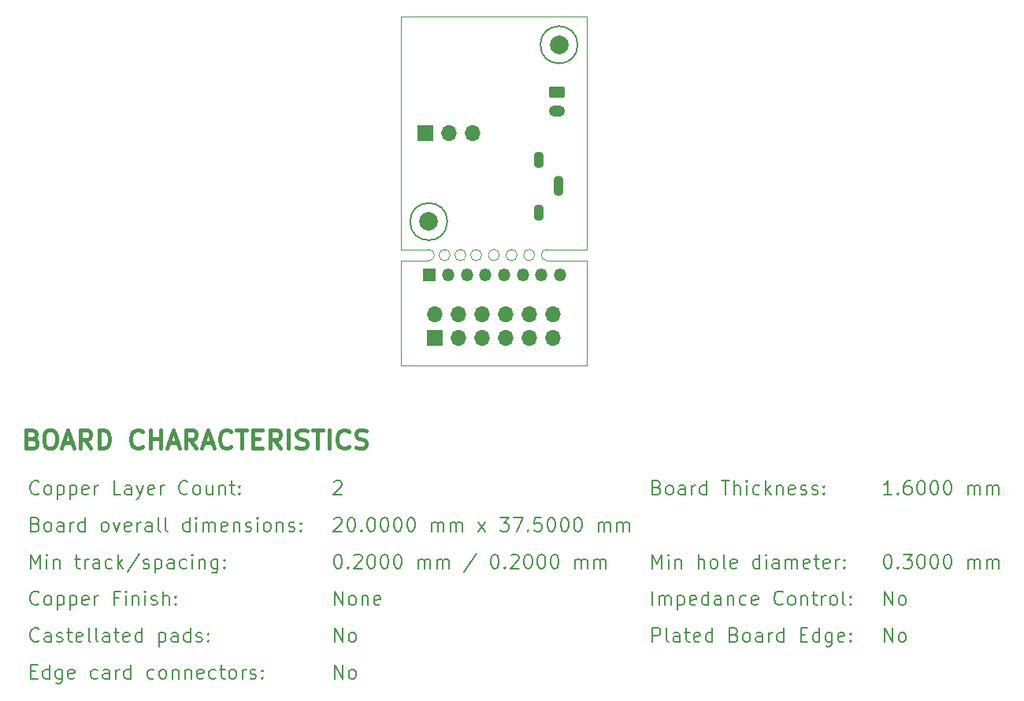
<source format=gbr>
%TF.GenerationSoftware,KiCad,Pcbnew,7.0.8*%
%TF.CreationDate,2024-02-28T15:08:07-05:00*%
%TF.ProjectId,rcl57_debug_psu,72636c35-375f-4646-9562-75675f707375,rev?*%
%TF.SameCoordinates,Original*%
%TF.FileFunction,Soldermask,Bot*%
%TF.FilePolarity,Negative*%
%FSLAX46Y46*%
G04 Gerber Fmt 4.6, Leading zero omitted, Abs format (unit mm)*
G04 Created by KiCad (PCBNEW 7.0.8) date 2024-02-28 15:08:07*
%MOMM*%
%LPD*%
G01*
G04 APERTURE LIST*
G04 Aperture macros list*
%AMRoundRect*
0 Rectangle with rounded corners*
0 $1 Rounding radius*
0 $2 $3 $4 $5 $6 $7 $8 $9 X,Y pos of 4 corners*
0 Add a 4 corners polygon primitive as box body*
4,1,4,$2,$3,$4,$5,$6,$7,$8,$9,$2,$3,0*
0 Add four circle primitives for the rounded corners*
1,1,$1+$1,$2,$3*
1,1,$1+$1,$4,$5*
1,1,$1+$1,$6,$7*
1,1,$1+$1,$8,$9*
0 Add four rect primitives between the rounded corners*
20,1,$1+$1,$2,$3,$4,$5,0*
20,1,$1+$1,$4,$5,$6,$7,0*
20,1,$1+$1,$6,$7,$8,$9,0*
20,1,$1+$1,$8,$9,$2,$3,0*%
G04 Aperture macros list end*
%ADD10R,1.700000X1.700000*%
%ADD11O,1.700000X1.700000*%
%ADD12RoundRect,0.250000X-0.625000X0.350000X-0.625000X-0.350000X0.625000X-0.350000X0.625000X0.350000X0*%
%ADD13O,1.750000X1.200000*%
%ADD14C,2.000000*%
%ADD15O,1.100000X1.800000*%
%ADD16O,1.100000X2.200000*%
%ADD17R,1.350000X1.350000*%
%ADD18O,1.350000X1.350000*%
%ADD19C,0.200000*%
%ADD20C,0.400000*%
%ADD21C,0.150000*%
%TA.AperFunction,Profile*%
%ADD22C,0.050000*%
%TD*%
G04 APERTURE END LIST*
D10*
%TO.C,J103*%
X157675000Y-92475000D03*
D11*
X160215000Y-92475000D03*
X162755000Y-92475000D03*
%TD*%
D12*
%TO.C,J102*%
X171750000Y-88100000D03*
D13*
X171750000Y-90100000D03*
%TD*%
D14*
%TO.C,H101*%
X158000000Y-102000000D03*
%TD*%
D10*
%TO.C,J202*%
X158650000Y-114475000D03*
D11*
X158650000Y-111935000D03*
X161190000Y-114475000D03*
X161190000Y-111935000D03*
X163730000Y-114475000D03*
X163730000Y-111935000D03*
X166270000Y-114475000D03*
X166270000Y-111935000D03*
X168810000Y-114475000D03*
X168810000Y-111935000D03*
X171350000Y-114475000D03*
X171350000Y-111935000D03*
%TD*%
D15*
%TO.C,J101*%
X169825000Y-101000000D03*
D16*
X171975000Y-98200000D03*
D15*
X169825000Y-95400000D03*
%TD*%
D14*
%TO.C,H102*%
X172000000Y-83000000D03*
%TD*%
D17*
%TO.C,J201*%
X158100000Y-107700000D03*
D18*
X160100000Y-107700000D03*
X162100000Y-107700000D03*
X164100000Y-107700000D03*
X166100000Y-107700000D03*
X168100000Y-107700000D03*
X170100000Y-107700000D03*
X172100000Y-107700000D03*
%TD*%
D19*
X206995858Y-143226028D02*
X206995858Y-141726028D01*
X206995858Y-141726028D02*
X207853001Y-143226028D01*
X207853001Y-143226028D02*
X207853001Y-141726028D01*
X208781573Y-143226028D02*
X208638716Y-143154600D01*
X208638716Y-143154600D02*
X208567287Y-143083171D01*
X208567287Y-143083171D02*
X208495859Y-142940314D01*
X208495859Y-142940314D02*
X208495859Y-142511742D01*
X208495859Y-142511742D02*
X208567287Y-142368885D01*
X208567287Y-142368885D02*
X208638716Y-142297457D01*
X208638716Y-142297457D02*
X208781573Y-142226028D01*
X208781573Y-142226028D02*
X208995859Y-142226028D01*
X208995859Y-142226028D02*
X209138716Y-142297457D01*
X209138716Y-142297457D02*
X209210145Y-142368885D01*
X209210145Y-142368885D02*
X209281573Y-142511742D01*
X209281573Y-142511742D02*
X209281573Y-142940314D01*
X209281573Y-142940314D02*
X209210145Y-143083171D01*
X209210145Y-143083171D02*
X209138716Y-143154600D01*
X209138716Y-143154600D02*
X208995859Y-143226028D01*
X208995859Y-143226028D02*
X208781573Y-143226028D01*
X207281573Y-137769028D02*
X207424430Y-137769028D01*
X207424430Y-137769028D02*
X207567287Y-137840457D01*
X207567287Y-137840457D02*
X207638716Y-137911885D01*
X207638716Y-137911885D02*
X207710144Y-138054742D01*
X207710144Y-138054742D02*
X207781573Y-138340457D01*
X207781573Y-138340457D02*
X207781573Y-138697600D01*
X207781573Y-138697600D02*
X207710144Y-138983314D01*
X207710144Y-138983314D02*
X207638716Y-139126171D01*
X207638716Y-139126171D02*
X207567287Y-139197600D01*
X207567287Y-139197600D02*
X207424430Y-139269028D01*
X207424430Y-139269028D02*
X207281573Y-139269028D01*
X207281573Y-139269028D02*
X207138716Y-139197600D01*
X207138716Y-139197600D02*
X207067287Y-139126171D01*
X207067287Y-139126171D02*
X206995858Y-138983314D01*
X206995858Y-138983314D02*
X206924430Y-138697600D01*
X206924430Y-138697600D02*
X206924430Y-138340457D01*
X206924430Y-138340457D02*
X206995858Y-138054742D01*
X206995858Y-138054742D02*
X207067287Y-137911885D01*
X207067287Y-137911885D02*
X207138716Y-137840457D01*
X207138716Y-137840457D02*
X207281573Y-137769028D01*
X208424429Y-139126171D02*
X208495858Y-139197600D01*
X208495858Y-139197600D02*
X208424429Y-139269028D01*
X208424429Y-139269028D02*
X208353001Y-139197600D01*
X208353001Y-139197600D02*
X208424429Y-139126171D01*
X208424429Y-139126171D02*
X208424429Y-139269028D01*
X208995858Y-137769028D02*
X209924430Y-137769028D01*
X209924430Y-137769028D02*
X209424430Y-138340457D01*
X209424430Y-138340457D02*
X209638715Y-138340457D01*
X209638715Y-138340457D02*
X209781573Y-138411885D01*
X209781573Y-138411885D02*
X209853001Y-138483314D01*
X209853001Y-138483314D02*
X209924430Y-138626171D01*
X209924430Y-138626171D02*
X209924430Y-138983314D01*
X209924430Y-138983314D02*
X209853001Y-139126171D01*
X209853001Y-139126171D02*
X209781573Y-139197600D01*
X209781573Y-139197600D02*
X209638715Y-139269028D01*
X209638715Y-139269028D02*
X209210144Y-139269028D01*
X209210144Y-139269028D02*
X209067287Y-139197600D01*
X209067287Y-139197600D02*
X208995858Y-139126171D01*
X210853001Y-137769028D02*
X210995858Y-137769028D01*
X210995858Y-137769028D02*
X211138715Y-137840457D01*
X211138715Y-137840457D02*
X211210144Y-137911885D01*
X211210144Y-137911885D02*
X211281572Y-138054742D01*
X211281572Y-138054742D02*
X211353001Y-138340457D01*
X211353001Y-138340457D02*
X211353001Y-138697600D01*
X211353001Y-138697600D02*
X211281572Y-138983314D01*
X211281572Y-138983314D02*
X211210144Y-139126171D01*
X211210144Y-139126171D02*
X211138715Y-139197600D01*
X211138715Y-139197600D02*
X210995858Y-139269028D01*
X210995858Y-139269028D02*
X210853001Y-139269028D01*
X210853001Y-139269028D02*
X210710144Y-139197600D01*
X210710144Y-139197600D02*
X210638715Y-139126171D01*
X210638715Y-139126171D02*
X210567286Y-138983314D01*
X210567286Y-138983314D02*
X210495858Y-138697600D01*
X210495858Y-138697600D02*
X210495858Y-138340457D01*
X210495858Y-138340457D02*
X210567286Y-138054742D01*
X210567286Y-138054742D02*
X210638715Y-137911885D01*
X210638715Y-137911885D02*
X210710144Y-137840457D01*
X210710144Y-137840457D02*
X210853001Y-137769028D01*
X212281572Y-137769028D02*
X212424429Y-137769028D01*
X212424429Y-137769028D02*
X212567286Y-137840457D01*
X212567286Y-137840457D02*
X212638715Y-137911885D01*
X212638715Y-137911885D02*
X212710143Y-138054742D01*
X212710143Y-138054742D02*
X212781572Y-138340457D01*
X212781572Y-138340457D02*
X212781572Y-138697600D01*
X212781572Y-138697600D02*
X212710143Y-138983314D01*
X212710143Y-138983314D02*
X212638715Y-139126171D01*
X212638715Y-139126171D02*
X212567286Y-139197600D01*
X212567286Y-139197600D02*
X212424429Y-139269028D01*
X212424429Y-139269028D02*
X212281572Y-139269028D01*
X212281572Y-139269028D02*
X212138715Y-139197600D01*
X212138715Y-139197600D02*
X212067286Y-139126171D01*
X212067286Y-139126171D02*
X211995857Y-138983314D01*
X211995857Y-138983314D02*
X211924429Y-138697600D01*
X211924429Y-138697600D02*
X211924429Y-138340457D01*
X211924429Y-138340457D02*
X211995857Y-138054742D01*
X211995857Y-138054742D02*
X212067286Y-137911885D01*
X212067286Y-137911885D02*
X212138715Y-137840457D01*
X212138715Y-137840457D02*
X212281572Y-137769028D01*
X213710143Y-137769028D02*
X213853000Y-137769028D01*
X213853000Y-137769028D02*
X213995857Y-137840457D01*
X213995857Y-137840457D02*
X214067286Y-137911885D01*
X214067286Y-137911885D02*
X214138714Y-138054742D01*
X214138714Y-138054742D02*
X214210143Y-138340457D01*
X214210143Y-138340457D02*
X214210143Y-138697600D01*
X214210143Y-138697600D02*
X214138714Y-138983314D01*
X214138714Y-138983314D02*
X214067286Y-139126171D01*
X214067286Y-139126171D02*
X213995857Y-139197600D01*
X213995857Y-139197600D02*
X213853000Y-139269028D01*
X213853000Y-139269028D02*
X213710143Y-139269028D01*
X213710143Y-139269028D02*
X213567286Y-139197600D01*
X213567286Y-139197600D02*
X213495857Y-139126171D01*
X213495857Y-139126171D02*
X213424428Y-138983314D01*
X213424428Y-138983314D02*
X213353000Y-138697600D01*
X213353000Y-138697600D02*
X213353000Y-138340457D01*
X213353000Y-138340457D02*
X213424428Y-138054742D01*
X213424428Y-138054742D02*
X213495857Y-137911885D01*
X213495857Y-137911885D02*
X213567286Y-137840457D01*
X213567286Y-137840457D02*
X213710143Y-137769028D01*
X215995856Y-139269028D02*
X215995856Y-138269028D01*
X215995856Y-138411885D02*
X216067285Y-138340457D01*
X216067285Y-138340457D02*
X216210142Y-138269028D01*
X216210142Y-138269028D02*
X216424428Y-138269028D01*
X216424428Y-138269028D02*
X216567285Y-138340457D01*
X216567285Y-138340457D02*
X216638714Y-138483314D01*
X216638714Y-138483314D02*
X216638714Y-139269028D01*
X216638714Y-138483314D02*
X216710142Y-138340457D01*
X216710142Y-138340457D02*
X216852999Y-138269028D01*
X216852999Y-138269028D02*
X217067285Y-138269028D01*
X217067285Y-138269028D02*
X217210142Y-138340457D01*
X217210142Y-138340457D02*
X217281571Y-138483314D01*
X217281571Y-138483314D02*
X217281571Y-139269028D01*
X217995856Y-139269028D02*
X217995856Y-138269028D01*
X217995856Y-138411885D02*
X218067285Y-138340457D01*
X218067285Y-138340457D02*
X218210142Y-138269028D01*
X218210142Y-138269028D02*
X218424428Y-138269028D01*
X218424428Y-138269028D02*
X218567285Y-138340457D01*
X218567285Y-138340457D02*
X218638714Y-138483314D01*
X218638714Y-138483314D02*
X218638714Y-139269028D01*
X218638714Y-138483314D02*
X218710142Y-138340457D01*
X218710142Y-138340457D02*
X218852999Y-138269028D01*
X218852999Y-138269028D02*
X219067285Y-138269028D01*
X219067285Y-138269028D02*
X219210142Y-138340457D01*
X219210142Y-138340457D02*
X219281571Y-138483314D01*
X219281571Y-138483314D02*
X219281571Y-139269028D01*
X207781573Y-131355028D02*
X206924430Y-131355028D01*
X207353001Y-131355028D02*
X207353001Y-129855028D01*
X207353001Y-129855028D02*
X207210144Y-130069314D01*
X207210144Y-130069314D02*
X207067287Y-130212171D01*
X207067287Y-130212171D02*
X206924430Y-130283600D01*
X208424429Y-131212171D02*
X208495858Y-131283600D01*
X208495858Y-131283600D02*
X208424429Y-131355028D01*
X208424429Y-131355028D02*
X208353001Y-131283600D01*
X208353001Y-131283600D02*
X208424429Y-131212171D01*
X208424429Y-131212171D02*
X208424429Y-131355028D01*
X209781573Y-129855028D02*
X209495858Y-129855028D01*
X209495858Y-129855028D02*
X209353001Y-129926457D01*
X209353001Y-129926457D02*
X209281573Y-129997885D01*
X209281573Y-129997885D02*
X209138715Y-130212171D01*
X209138715Y-130212171D02*
X209067287Y-130497885D01*
X209067287Y-130497885D02*
X209067287Y-131069314D01*
X209067287Y-131069314D02*
X209138715Y-131212171D01*
X209138715Y-131212171D02*
X209210144Y-131283600D01*
X209210144Y-131283600D02*
X209353001Y-131355028D01*
X209353001Y-131355028D02*
X209638715Y-131355028D01*
X209638715Y-131355028D02*
X209781573Y-131283600D01*
X209781573Y-131283600D02*
X209853001Y-131212171D01*
X209853001Y-131212171D02*
X209924430Y-131069314D01*
X209924430Y-131069314D02*
X209924430Y-130712171D01*
X209924430Y-130712171D02*
X209853001Y-130569314D01*
X209853001Y-130569314D02*
X209781573Y-130497885D01*
X209781573Y-130497885D02*
X209638715Y-130426457D01*
X209638715Y-130426457D02*
X209353001Y-130426457D01*
X209353001Y-130426457D02*
X209210144Y-130497885D01*
X209210144Y-130497885D02*
X209138715Y-130569314D01*
X209138715Y-130569314D02*
X209067287Y-130712171D01*
X210853001Y-129855028D02*
X210995858Y-129855028D01*
X210995858Y-129855028D02*
X211138715Y-129926457D01*
X211138715Y-129926457D02*
X211210144Y-129997885D01*
X211210144Y-129997885D02*
X211281572Y-130140742D01*
X211281572Y-130140742D02*
X211353001Y-130426457D01*
X211353001Y-130426457D02*
X211353001Y-130783600D01*
X211353001Y-130783600D02*
X211281572Y-131069314D01*
X211281572Y-131069314D02*
X211210144Y-131212171D01*
X211210144Y-131212171D02*
X211138715Y-131283600D01*
X211138715Y-131283600D02*
X210995858Y-131355028D01*
X210995858Y-131355028D02*
X210853001Y-131355028D01*
X210853001Y-131355028D02*
X210710144Y-131283600D01*
X210710144Y-131283600D02*
X210638715Y-131212171D01*
X210638715Y-131212171D02*
X210567286Y-131069314D01*
X210567286Y-131069314D02*
X210495858Y-130783600D01*
X210495858Y-130783600D02*
X210495858Y-130426457D01*
X210495858Y-130426457D02*
X210567286Y-130140742D01*
X210567286Y-130140742D02*
X210638715Y-129997885D01*
X210638715Y-129997885D02*
X210710144Y-129926457D01*
X210710144Y-129926457D02*
X210853001Y-129855028D01*
X212281572Y-129855028D02*
X212424429Y-129855028D01*
X212424429Y-129855028D02*
X212567286Y-129926457D01*
X212567286Y-129926457D02*
X212638715Y-129997885D01*
X212638715Y-129997885D02*
X212710143Y-130140742D01*
X212710143Y-130140742D02*
X212781572Y-130426457D01*
X212781572Y-130426457D02*
X212781572Y-130783600D01*
X212781572Y-130783600D02*
X212710143Y-131069314D01*
X212710143Y-131069314D02*
X212638715Y-131212171D01*
X212638715Y-131212171D02*
X212567286Y-131283600D01*
X212567286Y-131283600D02*
X212424429Y-131355028D01*
X212424429Y-131355028D02*
X212281572Y-131355028D01*
X212281572Y-131355028D02*
X212138715Y-131283600D01*
X212138715Y-131283600D02*
X212067286Y-131212171D01*
X212067286Y-131212171D02*
X211995857Y-131069314D01*
X211995857Y-131069314D02*
X211924429Y-130783600D01*
X211924429Y-130783600D02*
X211924429Y-130426457D01*
X211924429Y-130426457D02*
X211995857Y-130140742D01*
X211995857Y-130140742D02*
X212067286Y-129997885D01*
X212067286Y-129997885D02*
X212138715Y-129926457D01*
X212138715Y-129926457D02*
X212281572Y-129855028D01*
X213710143Y-129855028D02*
X213853000Y-129855028D01*
X213853000Y-129855028D02*
X213995857Y-129926457D01*
X213995857Y-129926457D02*
X214067286Y-129997885D01*
X214067286Y-129997885D02*
X214138714Y-130140742D01*
X214138714Y-130140742D02*
X214210143Y-130426457D01*
X214210143Y-130426457D02*
X214210143Y-130783600D01*
X214210143Y-130783600D02*
X214138714Y-131069314D01*
X214138714Y-131069314D02*
X214067286Y-131212171D01*
X214067286Y-131212171D02*
X213995857Y-131283600D01*
X213995857Y-131283600D02*
X213853000Y-131355028D01*
X213853000Y-131355028D02*
X213710143Y-131355028D01*
X213710143Y-131355028D02*
X213567286Y-131283600D01*
X213567286Y-131283600D02*
X213495857Y-131212171D01*
X213495857Y-131212171D02*
X213424428Y-131069314D01*
X213424428Y-131069314D02*
X213353000Y-130783600D01*
X213353000Y-130783600D02*
X213353000Y-130426457D01*
X213353000Y-130426457D02*
X213424428Y-130140742D01*
X213424428Y-130140742D02*
X213495857Y-129997885D01*
X213495857Y-129997885D02*
X213567286Y-129926457D01*
X213567286Y-129926457D02*
X213710143Y-129855028D01*
X215995856Y-131355028D02*
X215995856Y-130355028D01*
X215995856Y-130497885D02*
X216067285Y-130426457D01*
X216067285Y-130426457D02*
X216210142Y-130355028D01*
X216210142Y-130355028D02*
X216424428Y-130355028D01*
X216424428Y-130355028D02*
X216567285Y-130426457D01*
X216567285Y-130426457D02*
X216638714Y-130569314D01*
X216638714Y-130569314D02*
X216638714Y-131355028D01*
X216638714Y-130569314D02*
X216710142Y-130426457D01*
X216710142Y-130426457D02*
X216852999Y-130355028D01*
X216852999Y-130355028D02*
X217067285Y-130355028D01*
X217067285Y-130355028D02*
X217210142Y-130426457D01*
X217210142Y-130426457D02*
X217281571Y-130569314D01*
X217281571Y-130569314D02*
X217281571Y-131355028D01*
X217995856Y-131355028D02*
X217995856Y-130355028D01*
X217995856Y-130497885D02*
X218067285Y-130426457D01*
X218067285Y-130426457D02*
X218210142Y-130355028D01*
X218210142Y-130355028D02*
X218424428Y-130355028D01*
X218424428Y-130355028D02*
X218567285Y-130426457D01*
X218567285Y-130426457D02*
X218638714Y-130569314D01*
X218638714Y-130569314D02*
X218638714Y-131355028D01*
X218638714Y-130569314D02*
X218710142Y-130426457D01*
X218710142Y-130426457D02*
X218852999Y-130355028D01*
X218852999Y-130355028D02*
X219067285Y-130355028D01*
X219067285Y-130355028D02*
X219210142Y-130426457D01*
X219210142Y-130426457D02*
X219281571Y-130569314D01*
X219281571Y-130569314D02*
X219281571Y-131355028D01*
X182053001Y-143226028D02*
X182053001Y-141726028D01*
X182767287Y-143226028D02*
X182767287Y-142226028D01*
X182767287Y-142368885D02*
X182838716Y-142297457D01*
X182838716Y-142297457D02*
X182981573Y-142226028D01*
X182981573Y-142226028D02*
X183195859Y-142226028D01*
X183195859Y-142226028D02*
X183338716Y-142297457D01*
X183338716Y-142297457D02*
X183410145Y-142440314D01*
X183410145Y-142440314D02*
X183410145Y-143226028D01*
X183410145Y-142440314D02*
X183481573Y-142297457D01*
X183481573Y-142297457D02*
X183624430Y-142226028D01*
X183624430Y-142226028D02*
X183838716Y-142226028D01*
X183838716Y-142226028D02*
X183981573Y-142297457D01*
X183981573Y-142297457D02*
X184053002Y-142440314D01*
X184053002Y-142440314D02*
X184053002Y-143226028D01*
X184767287Y-142226028D02*
X184767287Y-143726028D01*
X184767287Y-142297457D02*
X184910145Y-142226028D01*
X184910145Y-142226028D02*
X185195859Y-142226028D01*
X185195859Y-142226028D02*
X185338716Y-142297457D01*
X185338716Y-142297457D02*
X185410145Y-142368885D01*
X185410145Y-142368885D02*
X185481573Y-142511742D01*
X185481573Y-142511742D02*
X185481573Y-142940314D01*
X185481573Y-142940314D02*
X185410145Y-143083171D01*
X185410145Y-143083171D02*
X185338716Y-143154600D01*
X185338716Y-143154600D02*
X185195859Y-143226028D01*
X185195859Y-143226028D02*
X184910145Y-143226028D01*
X184910145Y-143226028D02*
X184767287Y-143154600D01*
X186695859Y-143154600D02*
X186553002Y-143226028D01*
X186553002Y-143226028D02*
X186267288Y-143226028D01*
X186267288Y-143226028D02*
X186124430Y-143154600D01*
X186124430Y-143154600D02*
X186053002Y-143011742D01*
X186053002Y-143011742D02*
X186053002Y-142440314D01*
X186053002Y-142440314D02*
X186124430Y-142297457D01*
X186124430Y-142297457D02*
X186267288Y-142226028D01*
X186267288Y-142226028D02*
X186553002Y-142226028D01*
X186553002Y-142226028D02*
X186695859Y-142297457D01*
X186695859Y-142297457D02*
X186767288Y-142440314D01*
X186767288Y-142440314D02*
X186767288Y-142583171D01*
X186767288Y-142583171D02*
X186053002Y-142726028D01*
X188053002Y-143226028D02*
X188053002Y-141726028D01*
X188053002Y-143154600D02*
X187910144Y-143226028D01*
X187910144Y-143226028D02*
X187624430Y-143226028D01*
X187624430Y-143226028D02*
X187481573Y-143154600D01*
X187481573Y-143154600D02*
X187410144Y-143083171D01*
X187410144Y-143083171D02*
X187338716Y-142940314D01*
X187338716Y-142940314D02*
X187338716Y-142511742D01*
X187338716Y-142511742D02*
X187410144Y-142368885D01*
X187410144Y-142368885D02*
X187481573Y-142297457D01*
X187481573Y-142297457D02*
X187624430Y-142226028D01*
X187624430Y-142226028D02*
X187910144Y-142226028D01*
X187910144Y-142226028D02*
X188053002Y-142297457D01*
X189410145Y-143226028D02*
X189410145Y-142440314D01*
X189410145Y-142440314D02*
X189338716Y-142297457D01*
X189338716Y-142297457D02*
X189195859Y-142226028D01*
X189195859Y-142226028D02*
X188910145Y-142226028D01*
X188910145Y-142226028D02*
X188767287Y-142297457D01*
X189410145Y-143154600D02*
X189267287Y-143226028D01*
X189267287Y-143226028D02*
X188910145Y-143226028D01*
X188910145Y-143226028D02*
X188767287Y-143154600D01*
X188767287Y-143154600D02*
X188695859Y-143011742D01*
X188695859Y-143011742D02*
X188695859Y-142868885D01*
X188695859Y-142868885D02*
X188767287Y-142726028D01*
X188767287Y-142726028D02*
X188910145Y-142654600D01*
X188910145Y-142654600D02*
X189267287Y-142654600D01*
X189267287Y-142654600D02*
X189410145Y-142583171D01*
X190124430Y-142226028D02*
X190124430Y-143226028D01*
X190124430Y-142368885D02*
X190195859Y-142297457D01*
X190195859Y-142297457D02*
X190338716Y-142226028D01*
X190338716Y-142226028D02*
X190553002Y-142226028D01*
X190553002Y-142226028D02*
X190695859Y-142297457D01*
X190695859Y-142297457D02*
X190767288Y-142440314D01*
X190767288Y-142440314D02*
X190767288Y-143226028D01*
X192124431Y-143154600D02*
X191981573Y-143226028D01*
X191981573Y-143226028D02*
X191695859Y-143226028D01*
X191695859Y-143226028D02*
X191553002Y-143154600D01*
X191553002Y-143154600D02*
X191481573Y-143083171D01*
X191481573Y-143083171D02*
X191410145Y-142940314D01*
X191410145Y-142940314D02*
X191410145Y-142511742D01*
X191410145Y-142511742D02*
X191481573Y-142368885D01*
X191481573Y-142368885D02*
X191553002Y-142297457D01*
X191553002Y-142297457D02*
X191695859Y-142226028D01*
X191695859Y-142226028D02*
X191981573Y-142226028D01*
X191981573Y-142226028D02*
X192124431Y-142297457D01*
X193338716Y-143154600D02*
X193195859Y-143226028D01*
X193195859Y-143226028D02*
X192910145Y-143226028D01*
X192910145Y-143226028D02*
X192767287Y-143154600D01*
X192767287Y-143154600D02*
X192695859Y-143011742D01*
X192695859Y-143011742D02*
X192695859Y-142440314D01*
X192695859Y-142440314D02*
X192767287Y-142297457D01*
X192767287Y-142297457D02*
X192910145Y-142226028D01*
X192910145Y-142226028D02*
X193195859Y-142226028D01*
X193195859Y-142226028D02*
X193338716Y-142297457D01*
X193338716Y-142297457D02*
X193410145Y-142440314D01*
X193410145Y-142440314D02*
X193410145Y-142583171D01*
X193410145Y-142583171D02*
X192695859Y-142726028D01*
X196053001Y-143083171D02*
X195981573Y-143154600D01*
X195981573Y-143154600D02*
X195767287Y-143226028D01*
X195767287Y-143226028D02*
X195624430Y-143226028D01*
X195624430Y-143226028D02*
X195410144Y-143154600D01*
X195410144Y-143154600D02*
X195267287Y-143011742D01*
X195267287Y-143011742D02*
X195195858Y-142868885D01*
X195195858Y-142868885D02*
X195124430Y-142583171D01*
X195124430Y-142583171D02*
X195124430Y-142368885D01*
X195124430Y-142368885D02*
X195195858Y-142083171D01*
X195195858Y-142083171D02*
X195267287Y-141940314D01*
X195267287Y-141940314D02*
X195410144Y-141797457D01*
X195410144Y-141797457D02*
X195624430Y-141726028D01*
X195624430Y-141726028D02*
X195767287Y-141726028D01*
X195767287Y-141726028D02*
X195981573Y-141797457D01*
X195981573Y-141797457D02*
X196053001Y-141868885D01*
X196910144Y-143226028D02*
X196767287Y-143154600D01*
X196767287Y-143154600D02*
X196695858Y-143083171D01*
X196695858Y-143083171D02*
X196624430Y-142940314D01*
X196624430Y-142940314D02*
X196624430Y-142511742D01*
X196624430Y-142511742D02*
X196695858Y-142368885D01*
X196695858Y-142368885D02*
X196767287Y-142297457D01*
X196767287Y-142297457D02*
X196910144Y-142226028D01*
X196910144Y-142226028D02*
X197124430Y-142226028D01*
X197124430Y-142226028D02*
X197267287Y-142297457D01*
X197267287Y-142297457D02*
X197338716Y-142368885D01*
X197338716Y-142368885D02*
X197410144Y-142511742D01*
X197410144Y-142511742D02*
X197410144Y-142940314D01*
X197410144Y-142940314D02*
X197338716Y-143083171D01*
X197338716Y-143083171D02*
X197267287Y-143154600D01*
X197267287Y-143154600D02*
X197124430Y-143226028D01*
X197124430Y-143226028D02*
X196910144Y-143226028D01*
X198053001Y-142226028D02*
X198053001Y-143226028D01*
X198053001Y-142368885D02*
X198124430Y-142297457D01*
X198124430Y-142297457D02*
X198267287Y-142226028D01*
X198267287Y-142226028D02*
X198481573Y-142226028D01*
X198481573Y-142226028D02*
X198624430Y-142297457D01*
X198624430Y-142297457D02*
X198695859Y-142440314D01*
X198695859Y-142440314D02*
X198695859Y-143226028D01*
X199195859Y-142226028D02*
X199767287Y-142226028D01*
X199410144Y-141726028D02*
X199410144Y-143011742D01*
X199410144Y-143011742D02*
X199481573Y-143154600D01*
X199481573Y-143154600D02*
X199624430Y-143226028D01*
X199624430Y-143226028D02*
X199767287Y-143226028D01*
X200267287Y-143226028D02*
X200267287Y-142226028D01*
X200267287Y-142511742D02*
X200338716Y-142368885D01*
X200338716Y-142368885D02*
X200410145Y-142297457D01*
X200410145Y-142297457D02*
X200553002Y-142226028D01*
X200553002Y-142226028D02*
X200695859Y-142226028D01*
X201410144Y-143226028D02*
X201267287Y-143154600D01*
X201267287Y-143154600D02*
X201195858Y-143083171D01*
X201195858Y-143083171D02*
X201124430Y-142940314D01*
X201124430Y-142940314D02*
X201124430Y-142511742D01*
X201124430Y-142511742D02*
X201195858Y-142368885D01*
X201195858Y-142368885D02*
X201267287Y-142297457D01*
X201267287Y-142297457D02*
X201410144Y-142226028D01*
X201410144Y-142226028D02*
X201624430Y-142226028D01*
X201624430Y-142226028D02*
X201767287Y-142297457D01*
X201767287Y-142297457D02*
X201838716Y-142368885D01*
X201838716Y-142368885D02*
X201910144Y-142511742D01*
X201910144Y-142511742D02*
X201910144Y-142940314D01*
X201910144Y-142940314D02*
X201838716Y-143083171D01*
X201838716Y-143083171D02*
X201767287Y-143154600D01*
X201767287Y-143154600D02*
X201624430Y-143226028D01*
X201624430Y-143226028D02*
X201410144Y-143226028D01*
X202767287Y-143226028D02*
X202624430Y-143154600D01*
X202624430Y-143154600D02*
X202553001Y-143011742D01*
X202553001Y-143011742D02*
X202553001Y-141726028D01*
X203338715Y-143083171D02*
X203410144Y-143154600D01*
X203410144Y-143154600D02*
X203338715Y-143226028D01*
X203338715Y-143226028D02*
X203267287Y-143154600D01*
X203267287Y-143154600D02*
X203338715Y-143083171D01*
X203338715Y-143083171D02*
X203338715Y-143226028D01*
X203338715Y-142297457D02*
X203410144Y-142368885D01*
X203410144Y-142368885D02*
X203338715Y-142440314D01*
X203338715Y-142440314D02*
X203267287Y-142368885D01*
X203267287Y-142368885D02*
X203338715Y-142297457D01*
X203338715Y-142297457D02*
X203338715Y-142440314D01*
X182053001Y-139269028D02*
X182053001Y-137769028D01*
X182053001Y-137769028D02*
X182553001Y-138840457D01*
X182553001Y-138840457D02*
X183053001Y-137769028D01*
X183053001Y-137769028D02*
X183053001Y-139269028D01*
X183767287Y-139269028D02*
X183767287Y-138269028D01*
X183767287Y-137769028D02*
X183695859Y-137840457D01*
X183695859Y-137840457D02*
X183767287Y-137911885D01*
X183767287Y-137911885D02*
X183838716Y-137840457D01*
X183838716Y-137840457D02*
X183767287Y-137769028D01*
X183767287Y-137769028D02*
X183767287Y-137911885D01*
X184481573Y-138269028D02*
X184481573Y-139269028D01*
X184481573Y-138411885D02*
X184553002Y-138340457D01*
X184553002Y-138340457D02*
X184695859Y-138269028D01*
X184695859Y-138269028D02*
X184910145Y-138269028D01*
X184910145Y-138269028D02*
X185053002Y-138340457D01*
X185053002Y-138340457D02*
X185124431Y-138483314D01*
X185124431Y-138483314D02*
X185124431Y-139269028D01*
X186981573Y-139269028D02*
X186981573Y-137769028D01*
X187624431Y-139269028D02*
X187624431Y-138483314D01*
X187624431Y-138483314D02*
X187553002Y-138340457D01*
X187553002Y-138340457D02*
X187410145Y-138269028D01*
X187410145Y-138269028D02*
X187195859Y-138269028D01*
X187195859Y-138269028D02*
X187053002Y-138340457D01*
X187053002Y-138340457D02*
X186981573Y-138411885D01*
X188553002Y-139269028D02*
X188410145Y-139197600D01*
X188410145Y-139197600D02*
X188338716Y-139126171D01*
X188338716Y-139126171D02*
X188267288Y-138983314D01*
X188267288Y-138983314D02*
X188267288Y-138554742D01*
X188267288Y-138554742D02*
X188338716Y-138411885D01*
X188338716Y-138411885D02*
X188410145Y-138340457D01*
X188410145Y-138340457D02*
X188553002Y-138269028D01*
X188553002Y-138269028D02*
X188767288Y-138269028D01*
X188767288Y-138269028D02*
X188910145Y-138340457D01*
X188910145Y-138340457D02*
X188981574Y-138411885D01*
X188981574Y-138411885D02*
X189053002Y-138554742D01*
X189053002Y-138554742D02*
X189053002Y-138983314D01*
X189053002Y-138983314D02*
X188981574Y-139126171D01*
X188981574Y-139126171D02*
X188910145Y-139197600D01*
X188910145Y-139197600D02*
X188767288Y-139269028D01*
X188767288Y-139269028D02*
X188553002Y-139269028D01*
X189910145Y-139269028D02*
X189767288Y-139197600D01*
X189767288Y-139197600D02*
X189695859Y-139054742D01*
X189695859Y-139054742D02*
X189695859Y-137769028D01*
X191053002Y-139197600D02*
X190910145Y-139269028D01*
X190910145Y-139269028D02*
X190624431Y-139269028D01*
X190624431Y-139269028D02*
X190481573Y-139197600D01*
X190481573Y-139197600D02*
X190410145Y-139054742D01*
X190410145Y-139054742D02*
X190410145Y-138483314D01*
X190410145Y-138483314D02*
X190481573Y-138340457D01*
X190481573Y-138340457D02*
X190624431Y-138269028D01*
X190624431Y-138269028D02*
X190910145Y-138269028D01*
X190910145Y-138269028D02*
X191053002Y-138340457D01*
X191053002Y-138340457D02*
X191124431Y-138483314D01*
X191124431Y-138483314D02*
X191124431Y-138626171D01*
X191124431Y-138626171D02*
X190410145Y-138769028D01*
X193553002Y-139269028D02*
X193553002Y-137769028D01*
X193553002Y-139197600D02*
X193410144Y-139269028D01*
X193410144Y-139269028D02*
X193124430Y-139269028D01*
X193124430Y-139269028D02*
X192981573Y-139197600D01*
X192981573Y-139197600D02*
X192910144Y-139126171D01*
X192910144Y-139126171D02*
X192838716Y-138983314D01*
X192838716Y-138983314D02*
X192838716Y-138554742D01*
X192838716Y-138554742D02*
X192910144Y-138411885D01*
X192910144Y-138411885D02*
X192981573Y-138340457D01*
X192981573Y-138340457D02*
X193124430Y-138269028D01*
X193124430Y-138269028D02*
X193410144Y-138269028D01*
X193410144Y-138269028D02*
X193553002Y-138340457D01*
X194267287Y-139269028D02*
X194267287Y-138269028D01*
X194267287Y-137769028D02*
X194195859Y-137840457D01*
X194195859Y-137840457D02*
X194267287Y-137911885D01*
X194267287Y-137911885D02*
X194338716Y-137840457D01*
X194338716Y-137840457D02*
X194267287Y-137769028D01*
X194267287Y-137769028D02*
X194267287Y-137911885D01*
X195624431Y-139269028D02*
X195624431Y-138483314D01*
X195624431Y-138483314D02*
X195553002Y-138340457D01*
X195553002Y-138340457D02*
X195410145Y-138269028D01*
X195410145Y-138269028D02*
X195124431Y-138269028D01*
X195124431Y-138269028D02*
X194981573Y-138340457D01*
X195624431Y-139197600D02*
X195481573Y-139269028D01*
X195481573Y-139269028D02*
X195124431Y-139269028D01*
X195124431Y-139269028D02*
X194981573Y-139197600D01*
X194981573Y-139197600D02*
X194910145Y-139054742D01*
X194910145Y-139054742D02*
X194910145Y-138911885D01*
X194910145Y-138911885D02*
X194981573Y-138769028D01*
X194981573Y-138769028D02*
X195124431Y-138697600D01*
X195124431Y-138697600D02*
X195481573Y-138697600D01*
X195481573Y-138697600D02*
X195624431Y-138626171D01*
X196338716Y-139269028D02*
X196338716Y-138269028D01*
X196338716Y-138411885D02*
X196410145Y-138340457D01*
X196410145Y-138340457D02*
X196553002Y-138269028D01*
X196553002Y-138269028D02*
X196767288Y-138269028D01*
X196767288Y-138269028D02*
X196910145Y-138340457D01*
X196910145Y-138340457D02*
X196981574Y-138483314D01*
X196981574Y-138483314D02*
X196981574Y-139269028D01*
X196981574Y-138483314D02*
X197053002Y-138340457D01*
X197053002Y-138340457D02*
X197195859Y-138269028D01*
X197195859Y-138269028D02*
X197410145Y-138269028D01*
X197410145Y-138269028D02*
X197553002Y-138340457D01*
X197553002Y-138340457D02*
X197624431Y-138483314D01*
X197624431Y-138483314D02*
X197624431Y-139269028D01*
X198910145Y-139197600D02*
X198767288Y-139269028D01*
X198767288Y-139269028D02*
X198481574Y-139269028D01*
X198481574Y-139269028D02*
X198338716Y-139197600D01*
X198338716Y-139197600D02*
X198267288Y-139054742D01*
X198267288Y-139054742D02*
X198267288Y-138483314D01*
X198267288Y-138483314D02*
X198338716Y-138340457D01*
X198338716Y-138340457D02*
X198481574Y-138269028D01*
X198481574Y-138269028D02*
X198767288Y-138269028D01*
X198767288Y-138269028D02*
X198910145Y-138340457D01*
X198910145Y-138340457D02*
X198981574Y-138483314D01*
X198981574Y-138483314D02*
X198981574Y-138626171D01*
X198981574Y-138626171D02*
X198267288Y-138769028D01*
X199410145Y-138269028D02*
X199981573Y-138269028D01*
X199624430Y-137769028D02*
X199624430Y-139054742D01*
X199624430Y-139054742D02*
X199695859Y-139197600D01*
X199695859Y-139197600D02*
X199838716Y-139269028D01*
X199838716Y-139269028D02*
X199981573Y-139269028D01*
X201053002Y-139197600D02*
X200910145Y-139269028D01*
X200910145Y-139269028D02*
X200624431Y-139269028D01*
X200624431Y-139269028D02*
X200481573Y-139197600D01*
X200481573Y-139197600D02*
X200410145Y-139054742D01*
X200410145Y-139054742D02*
X200410145Y-138483314D01*
X200410145Y-138483314D02*
X200481573Y-138340457D01*
X200481573Y-138340457D02*
X200624431Y-138269028D01*
X200624431Y-138269028D02*
X200910145Y-138269028D01*
X200910145Y-138269028D02*
X201053002Y-138340457D01*
X201053002Y-138340457D02*
X201124431Y-138483314D01*
X201124431Y-138483314D02*
X201124431Y-138626171D01*
X201124431Y-138626171D02*
X200410145Y-138769028D01*
X201767287Y-139269028D02*
X201767287Y-138269028D01*
X201767287Y-138554742D02*
X201838716Y-138411885D01*
X201838716Y-138411885D02*
X201910145Y-138340457D01*
X201910145Y-138340457D02*
X202053002Y-138269028D01*
X202053002Y-138269028D02*
X202195859Y-138269028D01*
X202695858Y-139126171D02*
X202767287Y-139197600D01*
X202767287Y-139197600D02*
X202695858Y-139269028D01*
X202695858Y-139269028D02*
X202624430Y-139197600D01*
X202624430Y-139197600D02*
X202695858Y-139126171D01*
X202695858Y-139126171D02*
X202695858Y-139269028D01*
X202695858Y-138340457D02*
X202767287Y-138411885D01*
X202767287Y-138411885D02*
X202695858Y-138483314D01*
X202695858Y-138483314D02*
X202624430Y-138411885D01*
X202624430Y-138411885D02*
X202695858Y-138340457D01*
X202695858Y-138340457D02*
X202695858Y-138483314D01*
X182553001Y-130569314D02*
X182767287Y-130640742D01*
X182767287Y-130640742D02*
X182838716Y-130712171D01*
X182838716Y-130712171D02*
X182910144Y-130855028D01*
X182910144Y-130855028D02*
X182910144Y-131069314D01*
X182910144Y-131069314D02*
X182838716Y-131212171D01*
X182838716Y-131212171D02*
X182767287Y-131283600D01*
X182767287Y-131283600D02*
X182624430Y-131355028D01*
X182624430Y-131355028D02*
X182053001Y-131355028D01*
X182053001Y-131355028D02*
X182053001Y-129855028D01*
X182053001Y-129855028D02*
X182553001Y-129855028D01*
X182553001Y-129855028D02*
X182695859Y-129926457D01*
X182695859Y-129926457D02*
X182767287Y-129997885D01*
X182767287Y-129997885D02*
X182838716Y-130140742D01*
X182838716Y-130140742D02*
X182838716Y-130283600D01*
X182838716Y-130283600D02*
X182767287Y-130426457D01*
X182767287Y-130426457D02*
X182695859Y-130497885D01*
X182695859Y-130497885D02*
X182553001Y-130569314D01*
X182553001Y-130569314D02*
X182053001Y-130569314D01*
X183767287Y-131355028D02*
X183624430Y-131283600D01*
X183624430Y-131283600D02*
X183553001Y-131212171D01*
X183553001Y-131212171D02*
X183481573Y-131069314D01*
X183481573Y-131069314D02*
X183481573Y-130640742D01*
X183481573Y-130640742D02*
X183553001Y-130497885D01*
X183553001Y-130497885D02*
X183624430Y-130426457D01*
X183624430Y-130426457D02*
X183767287Y-130355028D01*
X183767287Y-130355028D02*
X183981573Y-130355028D01*
X183981573Y-130355028D02*
X184124430Y-130426457D01*
X184124430Y-130426457D02*
X184195859Y-130497885D01*
X184195859Y-130497885D02*
X184267287Y-130640742D01*
X184267287Y-130640742D02*
X184267287Y-131069314D01*
X184267287Y-131069314D02*
X184195859Y-131212171D01*
X184195859Y-131212171D02*
X184124430Y-131283600D01*
X184124430Y-131283600D02*
X183981573Y-131355028D01*
X183981573Y-131355028D02*
X183767287Y-131355028D01*
X185553002Y-131355028D02*
X185553002Y-130569314D01*
X185553002Y-130569314D02*
X185481573Y-130426457D01*
X185481573Y-130426457D02*
X185338716Y-130355028D01*
X185338716Y-130355028D02*
X185053002Y-130355028D01*
X185053002Y-130355028D02*
X184910144Y-130426457D01*
X185553002Y-131283600D02*
X185410144Y-131355028D01*
X185410144Y-131355028D02*
X185053002Y-131355028D01*
X185053002Y-131355028D02*
X184910144Y-131283600D01*
X184910144Y-131283600D02*
X184838716Y-131140742D01*
X184838716Y-131140742D02*
X184838716Y-130997885D01*
X184838716Y-130997885D02*
X184910144Y-130855028D01*
X184910144Y-130855028D02*
X185053002Y-130783600D01*
X185053002Y-130783600D02*
X185410144Y-130783600D01*
X185410144Y-130783600D02*
X185553002Y-130712171D01*
X186267287Y-131355028D02*
X186267287Y-130355028D01*
X186267287Y-130640742D02*
X186338716Y-130497885D01*
X186338716Y-130497885D02*
X186410145Y-130426457D01*
X186410145Y-130426457D02*
X186553002Y-130355028D01*
X186553002Y-130355028D02*
X186695859Y-130355028D01*
X187838716Y-131355028D02*
X187838716Y-129855028D01*
X187838716Y-131283600D02*
X187695858Y-131355028D01*
X187695858Y-131355028D02*
X187410144Y-131355028D01*
X187410144Y-131355028D02*
X187267287Y-131283600D01*
X187267287Y-131283600D02*
X187195858Y-131212171D01*
X187195858Y-131212171D02*
X187124430Y-131069314D01*
X187124430Y-131069314D02*
X187124430Y-130640742D01*
X187124430Y-130640742D02*
X187195858Y-130497885D01*
X187195858Y-130497885D02*
X187267287Y-130426457D01*
X187267287Y-130426457D02*
X187410144Y-130355028D01*
X187410144Y-130355028D02*
X187695858Y-130355028D01*
X187695858Y-130355028D02*
X187838716Y-130426457D01*
X189481573Y-129855028D02*
X190338716Y-129855028D01*
X189910144Y-131355028D02*
X189910144Y-129855028D01*
X190838715Y-131355028D02*
X190838715Y-129855028D01*
X191481573Y-131355028D02*
X191481573Y-130569314D01*
X191481573Y-130569314D02*
X191410144Y-130426457D01*
X191410144Y-130426457D02*
X191267287Y-130355028D01*
X191267287Y-130355028D02*
X191053001Y-130355028D01*
X191053001Y-130355028D02*
X190910144Y-130426457D01*
X190910144Y-130426457D02*
X190838715Y-130497885D01*
X192195858Y-131355028D02*
X192195858Y-130355028D01*
X192195858Y-129855028D02*
X192124430Y-129926457D01*
X192124430Y-129926457D02*
X192195858Y-129997885D01*
X192195858Y-129997885D02*
X192267287Y-129926457D01*
X192267287Y-129926457D02*
X192195858Y-129855028D01*
X192195858Y-129855028D02*
X192195858Y-129997885D01*
X193553002Y-131283600D02*
X193410144Y-131355028D01*
X193410144Y-131355028D02*
X193124430Y-131355028D01*
X193124430Y-131355028D02*
X192981573Y-131283600D01*
X192981573Y-131283600D02*
X192910144Y-131212171D01*
X192910144Y-131212171D02*
X192838716Y-131069314D01*
X192838716Y-131069314D02*
X192838716Y-130640742D01*
X192838716Y-130640742D02*
X192910144Y-130497885D01*
X192910144Y-130497885D02*
X192981573Y-130426457D01*
X192981573Y-130426457D02*
X193124430Y-130355028D01*
X193124430Y-130355028D02*
X193410144Y-130355028D01*
X193410144Y-130355028D02*
X193553002Y-130426457D01*
X194195858Y-131355028D02*
X194195858Y-129855028D01*
X194338716Y-130783600D02*
X194767287Y-131355028D01*
X194767287Y-130355028D02*
X194195858Y-130926457D01*
X195410144Y-130355028D02*
X195410144Y-131355028D01*
X195410144Y-130497885D02*
X195481573Y-130426457D01*
X195481573Y-130426457D02*
X195624430Y-130355028D01*
X195624430Y-130355028D02*
X195838716Y-130355028D01*
X195838716Y-130355028D02*
X195981573Y-130426457D01*
X195981573Y-130426457D02*
X196053002Y-130569314D01*
X196053002Y-130569314D02*
X196053002Y-131355028D01*
X197338716Y-131283600D02*
X197195859Y-131355028D01*
X197195859Y-131355028D02*
X196910145Y-131355028D01*
X196910145Y-131355028D02*
X196767287Y-131283600D01*
X196767287Y-131283600D02*
X196695859Y-131140742D01*
X196695859Y-131140742D02*
X196695859Y-130569314D01*
X196695859Y-130569314D02*
X196767287Y-130426457D01*
X196767287Y-130426457D02*
X196910145Y-130355028D01*
X196910145Y-130355028D02*
X197195859Y-130355028D01*
X197195859Y-130355028D02*
X197338716Y-130426457D01*
X197338716Y-130426457D02*
X197410145Y-130569314D01*
X197410145Y-130569314D02*
X197410145Y-130712171D01*
X197410145Y-130712171D02*
X196695859Y-130855028D01*
X197981573Y-131283600D02*
X198124430Y-131355028D01*
X198124430Y-131355028D02*
X198410144Y-131355028D01*
X198410144Y-131355028D02*
X198553001Y-131283600D01*
X198553001Y-131283600D02*
X198624430Y-131140742D01*
X198624430Y-131140742D02*
X198624430Y-131069314D01*
X198624430Y-131069314D02*
X198553001Y-130926457D01*
X198553001Y-130926457D02*
X198410144Y-130855028D01*
X198410144Y-130855028D02*
X198195859Y-130855028D01*
X198195859Y-130855028D02*
X198053001Y-130783600D01*
X198053001Y-130783600D02*
X197981573Y-130640742D01*
X197981573Y-130640742D02*
X197981573Y-130569314D01*
X197981573Y-130569314D02*
X198053001Y-130426457D01*
X198053001Y-130426457D02*
X198195859Y-130355028D01*
X198195859Y-130355028D02*
X198410144Y-130355028D01*
X198410144Y-130355028D02*
X198553001Y-130426457D01*
X199195859Y-131283600D02*
X199338716Y-131355028D01*
X199338716Y-131355028D02*
X199624430Y-131355028D01*
X199624430Y-131355028D02*
X199767287Y-131283600D01*
X199767287Y-131283600D02*
X199838716Y-131140742D01*
X199838716Y-131140742D02*
X199838716Y-131069314D01*
X199838716Y-131069314D02*
X199767287Y-130926457D01*
X199767287Y-130926457D02*
X199624430Y-130855028D01*
X199624430Y-130855028D02*
X199410145Y-130855028D01*
X199410145Y-130855028D02*
X199267287Y-130783600D01*
X199267287Y-130783600D02*
X199195859Y-130640742D01*
X199195859Y-130640742D02*
X199195859Y-130569314D01*
X199195859Y-130569314D02*
X199267287Y-130426457D01*
X199267287Y-130426457D02*
X199410145Y-130355028D01*
X199410145Y-130355028D02*
X199624430Y-130355028D01*
X199624430Y-130355028D02*
X199767287Y-130426457D01*
X200481573Y-131212171D02*
X200553002Y-131283600D01*
X200553002Y-131283600D02*
X200481573Y-131355028D01*
X200481573Y-131355028D02*
X200410145Y-131283600D01*
X200410145Y-131283600D02*
X200481573Y-131212171D01*
X200481573Y-131212171D02*
X200481573Y-131355028D01*
X200481573Y-130426457D02*
X200553002Y-130497885D01*
X200553002Y-130497885D02*
X200481573Y-130569314D01*
X200481573Y-130569314D02*
X200410145Y-130497885D01*
X200410145Y-130497885D02*
X200481573Y-130426457D01*
X200481573Y-130426457D02*
X200481573Y-130569314D01*
X147895863Y-143226028D02*
X147895863Y-141726028D01*
X147895863Y-141726028D02*
X148753006Y-143226028D01*
X148753006Y-143226028D02*
X148753006Y-141726028D01*
X149681578Y-143226028D02*
X149538721Y-143154600D01*
X149538721Y-143154600D02*
X149467292Y-143083171D01*
X149467292Y-143083171D02*
X149395864Y-142940314D01*
X149395864Y-142940314D02*
X149395864Y-142511742D01*
X149395864Y-142511742D02*
X149467292Y-142368885D01*
X149467292Y-142368885D02*
X149538721Y-142297457D01*
X149538721Y-142297457D02*
X149681578Y-142226028D01*
X149681578Y-142226028D02*
X149895864Y-142226028D01*
X149895864Y-142226028D02*
X150038721Y-142297457D01*
X150038721Y-142297457D02*
X150110150Y-142368885D01*
X150110150Y-142368885D02*
X150181578Y-142511742D01*
X150181578Y-142511742D02*
X150181578Y-142940314D01*
X150181578Y-142940314D02*
X150110150Y-143083171D01*
X150110150Y-143083171D02*
X150038721Y-143154600D01*
X150038721Y-143154600D02*
X149895864Y-143226028D01*
X149895864Y-143226028D02*
X149681578Y-143226028D01*
X150824435Y-142226028D02*
X150824435Y-143226028D01*
X150824435Y-142368885D02*
X150895864Y-142297457D01*
X150895864Y-142297457D02*
X151038721Y-142226028D01*
X151038721Y-142226028D02*
X151253007Y-142226028D01*
X151253007Y-142226028D02*
X151395864Y-142297457D01*
X151395864Y-142297457D02*
X151467293Y-142440314D01*
X151467293Y-142440314D02*
X151467293Y-143226028D01*
X152753007Y-143154600D02*
X152610150Y-143226028D01*
X152610150Y-143226028D02*
X152324436Y-143226028D01*
X152324436Y-143226028D02*
X152181578Y-143154600D01*
X152181578Y-143154600D02*
X152110150Y-143011742D01*
X152110150Y-143011742D02*
X152110150Y-142440314D01*
X152110150Y-142440314D02*
X152181578Y-142297457D01*
X152181578Y-142297457D02*
X152324436Y-142226028D01*
X152324436Y-142226028D02*
X152610150Y-142226028D01*
X152610150Y-142226028D02*
X152753007Y-142297457D01*
X152753007Y-142297457D02*
X152824436Y-142440314D01*
X152824436Y-142440314D02*
X152824436Y-142583171D01*
X152824436Y-142583171D02*
X152110150Y-142726028D01*
X148181578Y-137769028D02*
X148324435Y-137769028D01*
X148324435Y-137769028D02*
X148467292Y-137840457D01*
X148467292Y-137840457D02*
X148538721Y-137911885D01*
X148538721Y-137911885D02*
X148610149Y-138054742D01*
X148610149Y-138054742D02*
X148681578Y-138340457D01*
X148681578Y-138340457D02*
X148681578Y-138697600D01*
X148681578Y-138697600D02*
X148610149Y-138983314D01*
X148610149Y-138983314D02*
X148538721Y-139126171D01*
X148538721Y-139126171D02*
X148467292Y-139197600D01*
X148467292Y-139197600D02*
X148324435Y-139269028D01*
X148324435Y-139269028D02*
X148181578Y-139269028D01*
X148181578Y-139269028D02*
X148038721Y-139197600D01*
X148038721Y-139197600D02*
X147967292Y-139126171D01*
X147967292Y-139126171D02*
X147895863Y-138983314D01*
X147895863Y-138983314D02*
X147824435Y-138697600D01*
X147824435Y-138697600D02*
X147824435Y-138340457D01*
X147824435Y-138340457D02*
X147895863Y-138054742D01*
X147895863Y-138054742D02*
X147967292Y-137911885D01*
X147967292Y-137911885D02*
X148038721Y-137840457D01*
X148038721Y-137840457D02*
X148181578Y-137769028D01*
X149324434Y-139126171D02*
X149395863Y-139197600D01*
X149395863Y-139197600D02*
X149324434Y-139269028D01*
X149324434Y-139269028D02*
X149253006Y-139197600D01*
X149253006Y-139197600D02*
X149324434Y-139126171D01*
X149324434Y-139126171D02*
X149324434Y-139269028D01*
X149967292Y-137911885D02*
X150038720Y-137840457D01*
X150038720Y-137840457D02*
X150181578Y-137769028D01*
X150181578Y-137769028D02*
X150538720Y-137769028D01*
X150538720Y-137769028D02*
X150681578Y-137840457D01*
X150681578Y-137840457D02*
X150753006Y-137911885D01*
X150753006Y-137911885D02*
X150824435Y-138054742D01*
X150824435Y-138054742D02*
X150824435Y-138197600D01*
X150824435Y-138197600D02*
X150753006Y-138411885D01*
X150753006Y-138411885D02*
X149895863Y-139269028D01*
X149895863Y-139269028D02*
X150824435Y-139269028D01*
X151753006Y-137769028D02*
X151895863Y-137769028D01*
X151895863Y-137769028D02*
X152038720Y-137840457D01*
X152038720Y-137840457D02*
X152110149Y-137911885D01*
X152110149Y-137911885D02*
X152181577Y-138054742D01*
X152181577Y-138054742D02*
X152253006Y-138340457D01*
X152253006Y-138340457D02*
X152253006Y-138697600D01*
X152253006Y-138697600D02*
X152181577Y-138983314D01*
X152181577Y-138983314D02*
X152110149Y-139126171D01*
X152110149Y-139126171D02*
X152038720Y-139197600D01*
X152038720Y-139197600D02*
X151895863Y-139269028D01*
X151895863Y-139269028D02*
X151753006Y-139269028D01*
X151753006Y-139269028D02*
X151610149Y-139197600D01*
X151610149Y-139197600D02*
X151538720Y-139126171D01*
X151538720Y-139126171D02*
X151467291Y-138983314D01*
X151467291Y-138983314D02*
X151395863Y-138697600D01*
X151395863Y-138697600D02*
X151395863Y-138340457D01*
X151395863Y-138340457D02*
X151467291Y-138054742D01*
X151467291Y-138054742D02*
X151538720Y-137911885D01*
X151538720Y-137911885D02*
X151610149Y-137840457D01*
X151610149Y-137840457D02*
X151753006Y-137769028D01*
X153181577Y-137769028D02*
X153324434Y-137769028D01*
X153324434Y-137769028D02*
X153467291Y-137840457D01*
X153467291Y-137840457D02*
X153538720Y-137911885D01*
X153538720Y-137911885D02*
X153610148Y-138054742D01*
X153610148Y-138054742D02*
X153681577Y-138340457D01*
X153681577Y-138340457D02*
X153681577Y-138697600D01*
X153681577Y-138697600D02*
X153610148Y-138983314D01*
X153610148Y-138983314D02*
X153538720Y-139126171D01*
X153538720Y-139126171D02*
X153467291Y-139197600D01*
X153467291Y-139197600D02*
X153324434Y-139269028D01*
X153324434Y-139269028D02*
X153181577Y-139269028D01*
X153181577Y-139269028D02*
X153038720Y-139197600D01*
X153038720Y-139197600D02*
X152967291Y-139126171D01*
X152967291Y-139126171D02*
X152895862Y-138983314D01*
X152895862Y-138983314D02*
X152824434Y-138697600D01*
X152824434Y-138697600D02*
X152824434Y-138340457D01*
X152824434Y-138340457D02*
X152895862Y-138054742D01*
X152895862Y-138054742D02*
X152967291Y-137911885D01*
X152967291Y-137911885D02*
X153038720Y-137840457D01*
X153038720Y-137840457D02*
X153181577Y-137769028D01*
X154610148Y-137769028D02*
X154753005Y-137769028D01*
X154753005Y-137769028D02*
X154895862Y-137840457D01*
X154895862Y-137840457D02*
X154967291Y-137911885D01*
X154967291Y-137911885D02*
X155038719Y-138054742D01*
X155038719Y-138054742D02*
X155110148Y-138340457D01*
X155110148Y-138340457D02*
X155110148Y-138697600D01*
X155110148Y-138697600D02*
X155038719Y-138983314D01*
X155038719Y-138983314D02*
X154967291Y-139126171D01*
X154967291Y-139126171D02*
X154895862Y-139197600D01*
X154895862Y-139197600D02*
X154753005Y-139269028D01*
X154753005Y-139269028D02*
X154610148Y-139269028D01*
X154610148Y-139269028D02*
X154467291Y-139197600D01*
X154467291Y-139197600D02*
X154395862Y-139126171D01*
X154395862Y-139126171D02*
X154324433Y-138983314D01*
X154324433Y-138983314D02*
X154253005Y-138697600D01*
X154253005Y-138697600D02*
X154253005Y-138340457D01*
X154253005Y-138340457D02*
X154324433Y-138054742D01*
X154324433Y-138054742D02*
X154395862Y-137911885D01*
X154395862Y-137911885D02*
X154467291Y-137840457D01*
X154467291Y-137840457D02*
X154610148Y-137769028D01*
X156895861Y-139269028D02*
X156895861Y-138269028D01*
X156895861Y-138411885D02*
X156967290Y-138340457D01*
X156967290Y-138340457D02*
X157110147Y-138269028D01*
X157110147Y-138269028D02*
X157324433Y-138269028D01*
X157324433Y-138269028D02*
X157467290Y-138340457D01*
X157467290Y-138340457D02*
X157538719Y-138483314D01*
X157538719Y-138483314D02*
X157538719Y-139269028D01*
X157538719Y-138483314D02*
X157610147Y-138340457D01*
X157610147Y-138340457D02*
X157753004Y-138269028D01*
X157753004Y-138269028D02*
X157967290Y-138269028D01*
X157967290Y-138269028D02*
X158110147Y-138340457D01*
X158110147Y-138340457D02*
X158181576Y-138483314D01*
X158181576Y-138483314D02*
X158181576Y-139269028D01*
X158895861Y-139269028D02*
X158895861Y-138269028D01*
X158895861Y-138411885D02*
X158967290Y-138340457D01*
X158967290Y-138340457D02*
X159110147Y-138269028D01*
X159110147Y-138269028D02*
X159324433Y-138269028D01*
X159324433Y-138269028D02*
X159467290Y-138340457D01*
X159467290Y-138340457D02*
X159538719Y-138483314D01*
X159538719Y-138483314D02*
X159538719Y-139269028D01*
X159538719Y-138483314D02*
X159610147Y-138340457D01*
X159610147Y-138340457D02*
X159753004Y-138269028D01*
X159753004Y-138269028D02*
X159967290Y-138269028D01*
X159967290Y-138269028D02*
X160110147Y-138340457D01*
X160110147Y-138340457D02*
X160181576Y-138483314D01*
X160181576Y-138483314D02*
X160181576Y-139269028D01*
X163110147Y-137697600D02*
X161824433Y-139626171D01*
X165038719Y-137769028D02*
X165181576Y-137769028D01*
X165181576Y-137769028D02*
X165324433Y-137840457D01*
X165324433Y-137840457D02*
X165395862Y-137911885D01*
X165395862Y-137911885D02*
X165467290Y-138054742D01*
X165467290Y-138054742D02*
X165538719Y-138340457D01*
X165538719Y-138340457D02*
X165538719Y-138697600D01*
X165538719Y-138697600D02*
X165467290Y-138983314D01*
X165467290Y-138983314D02*
X165395862Y-139126171D01*
X165395862Y-139126171D02*
X165324433Y-139197600D01*
X165324433Y-139197600D02*
X165181576Y-139269028D01*
X165181576Y-139269028D02*
X165038719Y-139269028D01*
X165038719Y-139269028D02*
X164895862Y-139197600D01*
X164895862Y-139197600D02*
X164824433Y-139126171D01*
X164824433Y-139126171D02*
X164753004Y-138983314D01*
X164753004Y-138983314D02*
X164681576Y-138697600D01*
X164681576Y-138697600D02*
X164681576Y-138340457D01*
X164681576Y-138340457D02*
X164753004Y-138054742D01*
X164753004Y-138054742D02*
X164824433Y-137911885D01*
X164824433Y-137911885D02*
X164895862Y-137840457D01*
X164895862Y-137840457D02*
X165038719Y-137769028D01*
X166181575Y-139126171D02*
X166253004Y-139197600D01*
X166253004Y-139197600D02*
X166181575Y-139269028D01*
X166181575Y-139269028D02*
X166110147Y-139197600D01*
X166110147Y-139197600D02*
X166181575Y-139126171D01*
X166181575Y-139126171D02*
X166181575Y-139269028D01*
X166824433Y-137911885D02*
X166895861Y-137840457D01*
X166895861Y-137840457D02*
X167038719Y-137769028D01*
X167038719Y-137769028D02*
X167395861Y-137769028D01*
X167395861Y-137769028D02*
X167538719Y-137840457D01*
X167538719Y-137840457D02*
X167610147Y-137911885D01*
X167610147Y-137911885D02*
X167681576Y-138054742D01*
X167681576Y-138054742D02*
X167681576Y-138197600D01*
X167681576Y-138197600D02*
X167610147Y-138411885D01*
X167610147Y-138411885D02*
X166753004Y-139269028D01*
X166753004Y-139269028D02*
X167681576Y-139269028D01*
X168610147Y-137769028D02*
X168753004Y-137769028D01*
X168753004Y-137769028D02*
X168895861Y-137840457D01*
X168895861Y-137840457D02*
X168967290Y-137911885D01*
X168967290Y-137911885D02*
X169038718Y-138054742D01*
X169038718Y-138054742D02*
X169110147Y-138340457D01*
X169110147Y-138340457D02*
X169110147Y-138697600D01*
X169110147Y-138697600D02*
X169038718Y-138983314D01*
X169038718Y-138983314D02*
X168967290Y-139126171D01*
X168967290Y-139126171D02*
X168895861Y-139197600D01*
X168895861Y-139197600D02*
X168753004Y-139269028D01*
X168753004Y-139269028D02*
X168610147Y-139269028D01*
X168610147Y-139269028D02*
X168467290Y-139197600D01*
X168467290Y-139197600D02*
X168395861Y-139126171D01*
X168395861Y-139126171D02*
X168324432Y-138983314D01*
X168324432Y-138983314D02*
X168253004Y-138697600D01*
X168253004Y-138697600D02*
X168253004Y-138340457D01*
X168253004Y-138340457D02*
X168324432Y-138054742D01*
X168324432Y-138054742D02*
X168395861Y-137911885D01*
X168395861Y-137911885D02*
X168467290Y-137840457D01*
X168467290Y-137840457D02*
X168610147Y-137769028D01*
X170038718Y-137769028D02*
X170181575Y-137769028D01*
X170181575Y-137769028D02*
X170324432Y-137840457D01*
X170324432Y-137840457D02*
X170395861Y-137911885D01*
X170395861Y-137911885D02*
X170467289Y-138054742D01*
X170467289Y-138054742D02*
X170538718Y-138340457D01*
X170538718Y-138340457D02*
X170538718Y-138697600D01*
X170538718Y-138697600D02*
X170467289Y-138983314D01*
X170467289Y-138983314D02*
X170395861Y-139126171D01*
X170395861Y-139126171D02*
X170324432Y-139197600D01*
X170324432Y-139197600D02*
X170181575Y-139269028D01*
X170181575Y-139269028D02*
X170038718Y-139269028D01*
X170038718Y-139269028D02*
X169895861Y-139197600D01*
X169895861Y-139197600D02*
X169824432Y-139126171D01*
X169824432Y-139126171D02*
X169753003Y-138983314D01*
X169753003Y-138983314D02*
X169681575Y-138697600D01*
X169681575Y-138697600D02*
X169681575Y-138340457D01*
X169681575Y-138340457D02*
X169753003Y-138054742D01*
X169753003Y-138054742D02*
X169824432Y-137911885D01*
X169824432Y-137911885D02*
X169895861Y-137840457D01*
X169895861Y-137840457D02*
X170038718Y-137769028D01*
X171467289Y-137769028D02*
X171610146Y-137769028D01*
X171610146Y-137769028D02*
X171753003Y-137840457D01*
X171753003Y-137840457D02*
X171824432Y-137911885D01*
X171824432Y-137911885D02*
X171895860Y-138054742D01*
X171895860Y-138054742D02*
X171967289Y-138340457D01*
X171967289Y-138340457D02*
X171967289Y-138697600D01*
X171967289Y-138697600D02*
X171895860Y-138983314D01*
X171895860Y-138983314D02*
X171824432Y-139126171D01*
X171824432Y-139126171D02*
X171753003Y-139197600D01*
X171753003Y-139197600D02*
X171610146Y-139269028D01*
X171610146Y-139269028D02*
X171467289Y-139269028D01*
X171467289Y-139269028D02*
X171324432Y-139197600D01*
X171324432Y-139197600D02*
X171253003Y-139126171D01*
X171253003Y-139126171D02*
X171181574Y-138983314D01*
X171181574Y-138983314D02*
X171110146Y-138697600D01*
X171110146Y-138697600D02*
X171110146Y-138340457D01*
X171110146Y-138340457D02*
X171181574Y-138054742D01*
X171181574Y-138054742D02*
X171253003Y-137911885D01*
X171253003Y-137911885D02*
X171324432Y-137840457D01*
X171324432Y-137840457D02*
X171467289Y-137769028D01*
X173753002Y-139269028D02*
X173753002Y-138269028D01*
X173753002Y-138411885D02*
X173824431Y-138340457D01*
X173824431Y-138340457D02*
X173967288Y-138269028D01*
X173967288Y-138269028D02*
X174181574Y-138269028D01*
X174181574Y-138269028D02*
X174324431Y-138340457D01*
X174324431Y-138340457D02*
X174395860Y-138483314D01*
X174395860Y-138483314D02*
X174395860Y-139269028D01*
X174395860Y-138483314D02*
X174467288Y-138340457D01*
X174467288Y-138340457D02*
X174610145Y-138269028D01*
X174610145Y-138269028D02*
X174824431Y-138269028D01*
X174824431Y-138269028D02*
X174967288Y-138340457D01*
X174967288Y-138340457D02*
X175038717Y-138483314D01*
X175038717Y-138483314D02*
X175038717Y-139269028D01*
X175753002Y-139269028D02*
X175753002Y-138269028D01*
X175753002Y-138411885D02*
X175824431Y-138340457D01*
X175824431Y-138340457D02*
X175967288Y-138269028D01*
X175967288Y-138269028D02*
X176181574Y-138269028D01*
X176181574Y-138269028D02*
X176324431Y-138340457D01*
X176324431Y-138340457D02*
X176395860Y-138483314D01*
X176395860Y-138483314D02*
X176395860Y-139269028D01*
X176395860Y-138483314D02*
X176467288Y-138340457D01*
X176467288Y-138340457D02*
X176610145Y-138269028D01*
X176610145Y-138269028D02*
X176824431Y-138269028D01*
X176824431Y-138269028D02*
X176967288Y-138340457D01*
X176967288Y-138340457D02*
X177038717Y-138483314D01*
X177038717Y-138483314D02*
X177038717Y-139269028D01*
X182053001Y-147183028D02*
X182053001Y-145683028D01*
X182053001Y-145683028D02*
X182624430Y-145683028D01*
X182624430Y-145683028D02*
X182767287Y-145754457D01*
X182767287Y-145754457D02*
X182838716Y-145825885D01*
X182838716Y-145825885D02*
X182910144Y-145968742D01*
X182910144Y-145968742D02*
X182910144Y-146183028D01*
X182910144Y-146183028D02*
X182838716Y-146325885D01*
X182838716Y-146325885D02*
X182767287Y-146397314D01*
X182767287Y-146397314D02*
X182624430Y-146468742D01*
X182624430Y-146468742D02*
X182053001Y-146468742D01*
X183767287Y-147183028D02*
X183624430Y-147111600D01*
X183624430Y-147111600D02*
X183553001Y-146968742D01*
X183553001Y-146968742D02*
X183553001Y-145683028D01*
X184981573Y-147183028D02*
X184981573Y-146397314D01*
X184981573Y-146397314D02*
X184910144Y-146254457D01*
X184910144Y-146254457D02*
X184767287Y-146183028D01*
X184767287Y-146183028D02*
X184481573Y-146183028D01*
X184481573Y-146183028D02*
X184338715Y-146254457D01*
X184981573Y-147111600D02*
X184838715Y-147183028D01*
X184838715Y-147183028D02*
X184481573Y-147183028D01*
X184481573Y-147183028D02*
X184338715Y-147111600D01*
X184338715Y-147111600D02*
X184267287Y-146968742D01*
X184267287Y-146968742D02*
X184267287Y-146825885D01*
X184267287Y-146825885D02*
X184338715Y-146683028D01*
X184338715Y-146683028D02*
X184481573Y-146611600D01*
X184481573Y-146611600D02*
X184838715Y-146611600D01*
X184838715Y-146611600D02*
X184981573Y-146540171D01*
X185481573Y-146183028D02*
X186053001Y-146183028D01*
X185695858Y-145683028D02*
X185695858Y-146968742D01*
X185695858Y-146968742D02*
X185767287Y-147111600D01*
X185767287Y-147111600D02*
X185910144Y-147183028D01*
X185910144Y-147183028D02*
X186053001Y-147183028D01*
X187124430Y-147111600D02*
X186981573Y-147183028D01*
X186981573Y-147183028D02*
X186695859Y-147183028D01*
X186695859Y-147183028D02*
X186553001Y-147111600D01*
X186553001Y-147111600D02*
X186481573Y-146968742D01*
X186481573Y-146968742D02*
X186481573Y-146397314D01*
X186481573Y-146397314D02*
X186553001Y-146254457D01*
X186553001Y-146254457D02*
X186695859Y-146183028D01*
X186695859Y-146183028D02*
X186981573Y-146183028D01*
X186981573Y-146183028D02*
X187124430Y-146254457D01*
X187124430Y-146254457D02*
X187195859Y-146397314D01*
X187195859Y-146397314D02*
X187195859Y-146540171D01*
X187195859Y-146540171D02*
X186481573Y-146683028D01*
X188481573Y-147183028D02*
X188481573Y-145683028D01*
X188481573Y-147111600D02*
X188338715Y-147183028D01*
X188338715Y-147183028D02*
X188053001Y-147183028D01*
X188053001Y-147183028D02*
X187910144Y-147111600D01*
X187910144Y-147111600D02*
X187838715Y-147040171D01*
X187838715Y-147040171D02*
X187767287Y-146897314D01*
X187767287Y-146897314D02*
X187767287Y-146468742D01*
X187767287Y-146468742D02*
X187838715Y-146325885D01*
X187838715Y-146325885D02*
X187910144Y-146254457D01*
X187910144Y-146254457D02*
X188053001Y-146183028D01*
X188053001Y-146183028D02*
X188338715Y-146183028D01*
X188338715Y-146183028D02*
X188481573Y-146254457D01*
X190838715Y-146397314D02*
X191053001Y-146468742D01*
X191053001Y-146468742D02*
X191124430Y-146540171D01*
X191124430Y-146540171D02*
X191195858Y-146683028D01*
X191195858Y-146683028D02*
X191195858Y-146897314D01*
X191195858Y-146897314D02*
X191124430Y-147040171D01*
X191124430Y-147040171D02*
X191053001Y-147111600D01*
X191053001Y-147111600D02*
X190910144Y-147183028D01*
X190910144Y-147183028D02*
X190338715Y-147183028D01*
X190338715Y-147183028D02*
X190338715Y-145683028D01*
X190338715Y-145683028D02*
X190838715Y-145683028D01*
X190838715Y-145683028D02*
X190981573Y-145754457D01*
X190981573Y-145754457D02*
X191053001Y-145825885D01*
X191053001Y-145825885D02*
X191124430Y-145968742D01*
X191124430Y-145968742D02*
X191124430Y-146111600D01*
X191124430Y-146111600D02*
X191053001Y-146254457D01*
X191053001Y-146254457D02*
X190981573Y-146325885D01*
X190981573Y-146325885D02*
X190838715Y-146397314D01*
X190838715Y-146397314D02*
X190338715Y-146397314D01*
X192053001Y-147183028D02*
X191910144Y-147111600D01*
X191910144Y-147111600D02*
X191838715Y-147040171D01*
X191838715Y-147040171D02*
X191767287Y-146897314D01*
X191767287Y-146897314D02*
X191767287Y-146468742D01*
X191767287Y-146468742D02*
X191838715Y-146325885D01*
X191838715Y-146325885D02*
X191910144Y-146254457D01*
X191910144Y-146254457D02*
X192053001Y-146183028D01*
X192053001Y-146183028D02*
X192267287Y-146183028D01*
X192267287Y-146183028D02*
X192410144Y-146254457D01*
X192410144Y-146254457D02*
X192481573Y-146325885D01*
X192481573Y-146325885D02*
X192553001Y-146468742D01*
X192553001Y-146468742D02*
X192553001Y-146897314D01*
X192553001Y-146897314D02*
X192481573Y-147040171D01*
X192481573Y-147040171D02*
X192410144Y-147111600D01*
X192410144Y-147111600D02*
X192267287Y-147183028D01*
X192267287Y-147183028D02*
X192053001Y-147183028D01*
X193838716Y-147183028D02*
X193838716Y-146397314D01*
X193838716Y-146397314D02*
X193767287Y-146254457D01*
X193767287Y-146254457D02*
X193624430Y-146183028D01*
X193624430Y-146183028D02*
X193338716Y-146183028D01*
X193338716Y-146183028D02*
X193195858Y-146254457D01*
X193838716Y-147111600D02*
X193695858Y-147183028D01*
X193695858Y-147183028D02*
X193338716Y-147183028D01*
X193338716Y-147183028D02*
X193195858Y-147111600D01*
X193195858Y-147111600D02*
X193124430Y-146968742D01*
X193124430Y-146968742D02*
X193124430Y-146825885D01*
X193124430Y-146825885D02*
X193195858Y-146683028D01*
X193195858Y-146683028D02*
X193338716Y-146611600D01*
X193338716Y-146611600D02*
X193695858Y-146611600D01*
X193695858Y-146611600D02*
X193838716Y-146540171D01*
X194553001Y-147183028D02*
X194553001Y-146183028D01*
X194553001Y-146468742D02*
X194624430Y-146325885D01*
X194624430Y-146325885D02*
X194695859Y-146254457D01*
X194695859Y-146254457D02*
X194838716Y-146183028D01*
X194838716Y-146183028D02*
X194981573Y-146183028D01*
X196124430Y-147183028D02*
X196124430Y-145683028D01*
X196124430Y-147111600D02*
X195981572Y-147183028D01*
X195981572Y-147183028D02*
X195695858Y-147183028D01*
X195695858Y-147183028D02*
X195553001Y-147111600D01*
X195553001Y-147111600D02*
X195481572Y-147040171D01*
X195481572Y-147040171D02*
X195410144Y-146897314D01*
X195410144Y-146897314D02*
X195410144Y-146468742D01*
X195410144Y-146468742D02*
X195481572Y-146325885D01*
X195481572Y-146325885D02*
X195553001Y-146254457D01*
X195553001Y-146254457D02*
X195695858Y-146183028D01*
X195695858Y-146183028D02*
X195981572Y-146183028D01*
X195981572Y-146183028D02*
X196124430Y-146254457D01*
X197981572Y-146397314D02*
X198481572Y-146397314D01*
X198695858Y-147183028D02*
X197981572Y-147183028D01*
X197981572Y-147183028D02*
X197981572Y-145683028D01*
X197981572Y-145683028D02*
X198695858Y-145683028D01*
X199981573Y-147183028D02*
X199981573Y-145683028D01*
X199981573Y-147111600D02*
X199838715Y-147183028D01*
X199838715Y-147183028D02*
X199553001Y-147183028D01*
X199553001Y-147183028D02*
X199410144Y-147111600D01*
X199410144Y-147111600D02*
X199338715Y-147040171D01*
X199338715Y-147040171D02*
X199267287Y-146897314D01*
X199267287Y-146897314D02*
X199267287Y-146468742D01*
X199267287Y-146468742D02*
X199338715Y-146325885D01*
X199338715Y-146325885D02*
X199410144Y-146254457D01*
X199410144Y-146254457D02*
X199553001Y-146183028D01*
X199553001Y-146183028D02*
X199838715Y-146183028D01*
X199838715Y-146183028D02*
X199981573Y-146254457D01*
X201338716Y-146183028D02*
X201338716Y-147397314D01*
X201338716Y-147397314D02*
X201267287Y-147540171D01*
X201267287Y-147540171D02*
X201195858Y-147611600D01*
X201195858Y-147611600D02*
X201053001Y-147683028D01*
X201053001Y-147683028D02*
X200838716Y-147683028D01*
X200838716Y-147683028D02*
X200695858Y-147611600D01*
X201338716Y-147111600D02*
X201195858Y-147183028D01*
X201195858Y-147183028D02*
X200910144Y-147183028D01*
X200910144Y-147183028D02*
X200767287Y-147111600D01*
X200767287Y-147111600D02*
X200695858Y-147040171D01*
X200695858Y-147040171D02*
X200624430Y-146897314D01*
X200624430Y-146897314D02*
X200624430Y-146468742D01*
X200624430Y-146468742D02*
X200695858Y-146325885D01*
X200695858Y-146325885D02*
X200767287Y-146254457D01*
X200767287Y-146254457D02*
X200910144Y-146183028D01*
X200910144Y-146183028D02*
X201195858Y-146183028D01*
X201195858Y-146183028D02*
X201338716Y-146254457D01*
X202624430Y-147111600D02*
X202481573Y-147183028D01*
X202481573Y-147183028D02*
X202195859Y-147183028D01*
X202195859Y-147183028D02*
X202053001Y-147111600D01*
X202053001Y-147111600D02*
X201981573Y-146968742D01*
X201981573Y-146968742D02*
X201981573Y-146397314D01*
X201981573Y-146397314D02*
X202053001Y-146254457D01*
X202053001Y-146254457D02*
X202195859Y-146183028D01*
X202195859Y-146183028D02*
X202481573Y-146183028D01*
X202481573Y-146183028D02*
X202624430Y-146254457D01*
X202624430Y-146254457D02*
X202695859Y-146397314D01*
X202695859Y-146397314D02*
X202695859Y-146540171D01*
X202695859Y-146540171D02*
X201981573Y-146683028D01*
X203338715Y-147040171D02*
X203410144Y-147111600D01*
X203410144Y-147111600D02*
X203338715Y-147183028D01*
X203338715Y-147183028D02*
X203267287Y-147111600D01*
X203267287Y-147111600D02*
X203338715Y-147040171D01*
X203338715Y-147040171D02*
X203338715Y-147183028D01*
X203338715Y-146254457D02*
X203410144Y-146325885D01*
X203410144Y-146325885D02*
X203338715Y-146397314D01*
X203338715Y-146397314D02*
X203267287Y-146325885D01*
X203267287Y-146325885D02*
X203338715Y-146254457D01*
X203338715Y-146254457D02*
X203338715Y-146397314D01*
X147824435Y-133954885D02*
X147895863Y-133883457D01*
X147895863Y-133883457D02*
X148038721Y-133812028D01*
X148038721Y-133812028D02*
X148395863Y-133812028D01*
X148395863Y-133812028D02*
X148538721Y-133883457D01*
X148538721Y-133883457D02*
X148610149Y-133954885D01*
X148610149Y-133954885D02*
X148681578Y-134097742D01*
X148681578Y-134097742D02*
X148681578Y-134240600D01*
X148681578Y-134240600D02*
X148610149Y-134454885D01*
X148610149Y-134454885D02*
X147753006Y-135312028D01*
X147753006Y-135312028D02*
X148681578Y-135312028D01*
X149610149Y-133812028D02*
X149753006Y-133812028D01*
X149753006Y-133812028D02*
X149895863Y-133883457D01*
X149895863Y-133883457D02*
X149967292Y-133954885D01*
X149967292Y-133954885D02*
X150038720Y-134097742D01*
X150038720Y-134097742D02*
X150110149Y-134383457D01*
X150110149Y-134383457D02*
X150110149Y-134740600D01*
X150110149Y-134740600D02*
X150038720Y-135026314D01*
X150038720Y-135026314D02*
X149967292Y-135169171D01*
X149967292Y-135169171D02*
X149895863Y-135240600D01*
X149895863Y-135240600D02*
X149753006Y-135312028D01*
X149753006Y-135312028D02*
X149610149Y-135312028D01*
X149610149Y-135312028D02*
X149467292Y-135240600D01*
X149467292Y-135240600D02*
X149395863Y-135169171D01*
X149395863Y-135169171D02*
X149324434Y-135026314D01*
X149324434Y-135026314D02*
X149253006Y-134740600D01*
X149253006Y-134740600D02*
X149253006Y-134383457D01*
X149253006Y-134383457D02*
X149324434Y-134097742D01*
X149324434Y-134097742D02*
X149395863Y-133954885D01*
X149395863Y-133954885D02*
X149467292Y-133883457D01*
X149467292Y-133883457D02*
X149610149Y-133812028D01*
X150753005Y-135169171D02*
X150824434Y-135240600D01*
X150824434Y-135240600D02*
X150753005Y-135312028D01*
X150753005Y-135312028D02*
X150681577Y-135240600D01*
X150681577Y-135240600D02*
X150753005Y-135169171D01*
X150753005Y-135169171D02*
X150753005Y-135312028D01*
X151753006Y-133812028D02*
X151895863Y-133812028D01*
X151895863Y-133812028D02*
X152038720Y-133883457D01*
X152038720Y-133883457D02*
X152110149Y-133954885D01*
X152110149Y-133954885D02*
X152181577Y-134097742D01*
X152181577Y-134097742D02*
X152253006Y-134383457D01*
X152253006Y-134383457D02*
X152253006Y-134740600D01*
X152253006Y-134740600D02*
X152181577Y-135026314D01*
X152181577Y-135026314D02*
X152110149Y-135169171D01*
X152110149Y-135169171D02*
X152038720Y-135240600D01*
X152038720Y-135240600D02*
X151895863Y-135312028D01*
X151895863Y-135312028D02*
X151753006Y-135312028D01*
X151753006Y-135312028D02*
X151610149Y-135240600D01*
X151610149Y-135240600D02*
X151538720Y-135169171D01*
X151538720Y-135169171D02*
X151467291Y-135026314D01*
X151467291Y-135026314D02*
X151395863Y-134740600D01*
X151395863Y-134740600D02*
X151395863Y-134383457D01*
X151395863Y-134383457D02*
X151467291Y-134097742D01*
X151467291Y-134097742D02*
X151538720Y-133954885D01*
X151538720Y-133954885D02*
X151610149Y-133883457D01*
X151610149Y-133883457D02*
X151753006Y-133812028D01*
X153181577Y-133812028D02*
X153324434Y-133812028D01*
X153324434Y-133812028D02*
X153467291Y-133883457D01*
X153467291Y-133883457D02*
X153538720Y-133954885D01*
X153538720Y-133954885D02*
X153610148Y-134097742D01*
X153610148Y-134097742D02*
X153681577Y-134383457D01*
X153681577Y-134383457D02*
X153681577Y-134740600D01*
X153681577Y-134740600D02*
X153610148Y-135026314D01*
X153610148Y-135026314D02*
X153538720Y-135169171D01*
X153538720Y-135169171D02*
X153467291Y-135240600D01*
X153467291Y-135240600D02*
X153324434Y-135312028D01*
X153324434Y-135312028D02*
X153181577Y-135312028D01*
X153181577Y-135312028D02*
X153038720Y-135240600D01*
X153038720Y-135240600D02*
X152967291Y-135169171D01*
X152967291Y-135169171D02*
X152895862Y-135026314D01*
X152895862Y-135026314D02*
X152824434Y-134740600D01*
X152824434Y-134740600D02*
X152824434Y-134383457D01*
X152824434Y-134383457D02*
X152895862Y-134097742D01*
X152895862Y-134097742D02*
X152967291Y-133954885D01*
X152967291Y-133954885D02*
X153038720Y-133883457D01*
X153038720Y-133883457D02*
X153181577Y-133812028D01*
X154610148Y-133812028D02*
X154753005Y-133812028D01*
X154753005Y-133812028D02*
X154895862Y-133883457D01*
X154895862Y-133883457D02*
X154967291Y-133954885D01*
X154967291Y-133954885D02*
X155038719Y-134097742D01*
X155038719Y-134097742D02*
X155110148Y-134383457D01*
X155110148Y-134383457D02*
X155110148Y-134740600D01*
X155110148Y-134740600D02*
X155038719Y-135026314D01*
X155038719Y-135026314D02*
X154967291Y-135169171D01*
X154967291Y-135169171D02*
X154895862Y-135240600D01*
X154895862Y-135240600D02*
X154753005Y-135312028D01*
X154753005Y-135312028D02*
X154610148Y-135312028D01*
X154610148Y-135312028D02*
X154467291Y-135240600D01*
X154467291Y-135240600D02*
X154395862Y-135169171D01*
X154395862Y-135169171D02*
X154324433Y-135026314D01*
X154324433Y-135026314D02*
X154253005Y-134740600D01*
X154253005Y-134740600D02*
X154253005Y-134383457D01*
X154253005Y-134383457D02*
X154324433Y-134097742D01*
X154324433Y-134097742D02*
X154395862Y-133954885D01*
X154395862Y-133954885D02*
X154467291Y-133883457D01*
X154467291Y-133883457D02*
X154610148Y-133812028D01*
X156038719Y-133812028D02*
X156181576Y-133812028D01*
X156181576Y-133812028D02*
X156324433Y-133883457D01*
X156324433Y-133883457D02*
X156395862Y-133954885D01*
X156395862Y-133954885D02*
X156467290Y-134097742D01*
X156467290Y-134097742D02*
X156538719Y-134383457D01*
X156538719Y-134383457D02*
X156538719Y-134740600D01*
X156538719Y-134740600D02*
X156467290Y-135026314D01*
X156467290Y-135026314D02*
X156395862Y-135169171D01*
X156395862Y-135169171D02*
X156324433Y-135240600D01*
X156324433Y-135240600D02*
X156181576Y-135312028D01*
X156181576Y-135312028D02*
X156038719Y-135312028D01*
X156038719Y-135312028D02*
X155895862Y-135240600D01*
X155895862Y-135240600D02*
X155824433Y-135169171D01*
X155824433Y-135169171D02*
X155753004Y-135026314D01*
X155753004Y-135026314D02*
X155681576Y-134740600D01*
X155681576Y-134740600D02*
X155681576Y-134383457D01*
X155681576Y-134383457D02*
X155753004Y-134097742D01*
X155753004Y-134097742D02*
X155824433Y-133954885D01*
X155824433Y-133954885D02*
X155895862Y-133883457D01*
X155895862Y-133883457D02*
X156038719Y-133812028D01*
X158324432Y-135312028D02*
X158324432Y-134312028D01*
X158324432Y-134454885D02*
X158395861Y-134383457D01*
X158395861Y-134383457D02*
X158538718Y-134312028D01*
X158538718Y-134312028D02*
X158753004Y-134312028D01*
X158753004Y-134312028D02*
X158895861Y-134383457D01*
X158895861Y-134383457D02*
X158967290Y-134526314D01*
X158967290Y-134526314D02*
X158967290Y-135312028D01*
X158967290Y-134526314D02*
X159038718Y-134383457D01*
X159038718Y-134383457D02*
X159181575Y-134312028D01*
X159181575Y-134312028D02*
X159395861Y-134312028D01*
X159395861Y-134312028D02*
X159538718Y-134383457D01*
X159538718Y-134383457D02*
X159610147Y-134526314D01*
X159610147Y-134526314D02*
X159610147Y-135312028D01*
X160324432Y-135312028D02*
X160324432Y-134312028D01*
X160324432Y-134454885D02*
X160395861Y-134383457D01*
X160395861Y-134383457D02*
X160538718Y-134312028D01*
X160538718Y-134312028D02*
X160753004Y-134312028D01*
X160753004Y-134312028D02*
X160895861Y-134383457D01*
X160895861Y-134383457D02*
X160967290Y-134526314D01*
X160967290Y-134526314D02*
X160967290Y-135312028D01*
X160967290Y-134526314D02*
X161038718Y-134383457D01*
X161038718Y-134383457D02*
X161181575Y-134312028D01*
X161181575Y-134312028D02*
X161395861Y-134312028D01*
X161395861Y-134312028D02*
X161538718Y-134383457D01*
X161538718Y-134383457D02*
X161610147Y-134526314D01*
X161610147Y-134526314D02*
X161610147Y-135312028D01*
X163324432Y-135312028D02*
X164110147Y-134312028D01*
X163324432Y-134312028D02*
X164110147Y-135312028D01*
X165681575Y-133812028D02*
X166610147Y-133812028D01*
X166610147Y-133812028D02*
X166110147Y-134383457D01*
X166110147Y-134383457D02*
X166324432Y-134383457D01*
X166324432Y-134383457D02*
X166467290Y-134454885D01*
X166467290Y-134454885D02*
X166538718Y-134526314D01*
X166538718Y-134526314D02*
X166610147Y-134669171D01*
X166610147Y-134669171D02*
X166610147Y-135026314D01*
X166610147Y-135026314D02*
X166538718Y-135169171D01*
X166538718Y-135169171D02*
X166467290Y-135240600D01*
X166467290Y-135240600D02*
X166324432Y-135312028D01*
X166324432Y-135312028D02*
X165895861Y-135312028D01*
X165895861Y-135312028D02*
X165753004Y-135240600D01*
X165753004Y-135240600D02*
X165681575Y-135169171D01*
X167110146Y-133812028D02*
X168110146Y-133812028D01*
X168110146Y-133812028D02*
X167467289Y-135312028D01*
X168681574Y-135169171D02*
X168753003Y-135240600D01*
X168753003Y-135240600D02*
X168681574Y-135312028D01*
X168681574Y-135312028D02*
X168610146Y-135240600D01*
X168610146Y-135240600D02*
X168681574Y-135169171D01*
X168681574Y-135169171D02*
X168681574Y-135312028D01*
X170110146Y-133812028D02*
X169395860Y-133812028D01*
X169395860Y-133812028D02*
X169324432Y-134526314D01*
X169324432Y-134526314D02*
X169395860Y-134454885D01*
X169395860Y-134454885D02*
X169538718Y-134383457D01*
X169538718Y-134383457D02*
X169895860Y-134383457D01*
X169895860Y-134383457D02*
X170038718Y-134454885D01*
X170038718Y-134454885D02*
X170110146Y-134526314D01*
X170110146Y-134526314D02*
X170181575Y-134669171D01*
X170181575Y-134669171D02*
X170181575Y-135026314D01*
X170181575Y-135026314D02*
X170110146Y-135169171D01*
X170110146Y-135169171D02*
X170038718Y-135240600D01*
X170038718Y-135240600D02*
X169895860Y-135312028D01*
X169895860Y-135312028D02*
X169538718Y-135312028D01*
X169538718Y-135312028D02*
X169395860Y-135240600D01*
X169395860Y-135240600D02*
X169324432Y-135169171D01*
X171110146Y-133812028D02*
X171253003Y-133812028D01*
X171253003Y-133812028D02*
X171395860Y-133883457D01*
X171395860Y-133883457D02*
X171467289Y-133954885D01*
X171467289Y-133954885D02*
X171538717Y-134097742D01*
X171538717Y-134097742D02*
X171610146Y-134383457D01*
X171610146Y-134383457D02*
X171610146Y-134740600D01*
X171610146Y-134740600D02*
X171538717Y-135026314D01*
X171538717Y-135026314D02*
X171467289Y-135169171D01*
X171467289Y-135169171D02*
X171395860Y-135240600D01*
X171395860Y-135240600D02*
X171253003Y-135312028D01*
X171253003Y-135312028D02*
X171110146Y-135312028D01*
X171110146Y-135312028D02*
X170967289Y-135240600D01*
X170967289Y-135240600D02*
X170895860Y-135169171D01*
X170895860Y-135169171D02*
X170824431Y-135026314D01*
X170824431Y-135026314D02*
X170753003Y-134740600D01*
X170753003Y-134740600D02*
X170753003Y-134383457D01*
X170753003Y-134383457D02*
X170824431Y-134097742D01*
X170824431Y-134097742D02*
X170895860Y-133954885D01*
X170895860Y-133954885D02*
X170967289Y-133883457D01*
X170967289Y-133883457D02*
X171110146Y-133812028D01*
X172538717Y-133812028D02*
X172681574Y-133812028D01*
X172681574Y-133812028D02*
X172824431Y-133883457D01*
X172824431Y-133883457D02*
X172895860Y-133954885D01*
X172895860Y-133954885D02*
X172967288Y-134097742D01*
X172967288Y-134097742D02*
X173038717Y-134383457D01*
X173038717Y-134383457D02*
X173038717Y-134740600D01*
X173038717Y-134740600D02*
X172967288Y-135026314D01*
X172967288Y-135026314D02*
X172895860Y-135169171D01*
X172895860Y-135169171D02*
X172824431Y-135240600D01*
X172824431Y-135240600D02*
X172681574Y-135312028D01*
X172681574Y-135312028D02*
X172538717Y-135312028D01*
X172538717Y-135312028D02*
X172395860Y-135240600D01*
X172395860Y-135240600D02*
X172324431Y-135169171D01*
X172324431Y-135169171D02*
X172253002Y-135026314D01*
X172253002Y-135026314D02*
X172181574Y-134740600D01*
X172181574Y-134740600D02*
X172181574Y-134383457D01*
X172181574Y-134383457D02*
X172253002Y-134097742D01*
X172253002Y-134097742D02*
X172324431Y-133954885D01*
X172324431Y-133954885D02*
X172395860Y-133883457D01*
X172395860Y-133883457D02*
X172538717Y-133812028D01*
X173967288Y-133812028D02*
X174110145Y-133812028D01*
X174110145Y-133812028D02*
X174253002Y-133883457D01*
X174253002Y-133883457D02*
X174324431Y-133954885D01*
X174324431Y-133954885D02*
X174395859Y-134097742D01*
X174395859Y-134097742D02*
X174467288Y-134383457D01*
X174467288Y-134383457D02*
X174467288Y-134740600D01*
X174467288Y-134740600D02*
X174395859Y-135026314D01*
X174395859Y-135026314D02*
X174324431Y-135169171D01*
X174324431Y-135169171D02*
X174253002Y-135240600D01*
X174253002Y-135240600D02*
X174110145Y-135312028D01*
X174110145Y-135312028D02*
X173967288Y-135312028D01*
X173967288Y-135312028D02*
X173824431Y-135240600D01*
X173824431Y-135240600D02*
X173753002Y-135169171D01*
X173753002Y-135169171D02*
X173681573Y-135026314D01*
X173681573Y-135026314D02*
X173610145Y-134740600D01*
X173610145Y-134740600D02*
X173610145Y-134383457D01*
X173610145Y-134383457D02*
X173681573Y-134097742D01*
X173681573Y-134097742D02*
X173753002Y-133954885D01*
X173753002Y-133954885D02*
X173824431Y-133883457D01*
X173824431Y-133883457D02*
X173967288Y-133812028D01*
X176253001Y-135312028D02*
X176253001Y-134312028D01*
X176253001Y-134454885D02*
X176324430Y-134383457D01*
X176324430Y-134383457D02*
X176467287Y-134312028D01*
X176467287Y-134312028D02*
X176681573Y-134312028D01*
X176681573Y-134312028D02*
X176824430Y-134383457D01*
X176824430Y-134383457D02*
X176895859Y-134526314D01*
X176895859Y-134526314D02*
X176895859Y-135312028D01*
X176895859Y-134526314D02*
X176967287Y-134383457D01*
X176967287Y-134383457D02*
X177110144Y-134312028D01*
X177110144Y-134312028D02*
X177324430Y-134312028D01*
X177324430Y-134312028D02*
X177467287Y-134383457D01*
X177467287Y-134383457D02*
X177538716Y-134526314D01*
X177538716Y-134526314D02*
X177538716Y-135312028D01*
X178253001Y-135312028D02*
X178253001Y-134312028D01*
X178253001Y-134454885D02*
X178324430Y-134383457D01*
X178324430Y-134383457D02*
X178467287Y-134312028D01*
X178467287Y-134312028D02*
X178681573Y-134312028D01*
X178681573Y-134312028D02*
X178824430Y-134383457D01*
X178824430Y-134383457D02*
X178895859Y-134526314D01*
X178895859Y-134526314D02*
X178895859Y-135312028D01*
X178895859Y-134526314D02*
X178967287Y-134383457D01*
X178967287Y-134383457D02*
X179110144Y-134312028D01*
X179110144Y-134312028D02*
X179324430Y-134312028D01*
X179324430Y-134312028D02*
X179467287Y-134383457D01*
X179467287Y-134383457D02*
X179538716Y-134526314D01*
X179538716Y-134526314D02*
X179538716Y-135312028D01*
X147824435Y-129997885D02*
X147895863Y-129926457D01*
X147895863Y-129926457D02*
X148038721Y-129855028D01*
X148038721Y-129855028D02*
X148395863Y-129855028D01*
X148395863Y-129855028D02*
X148538721Y-129926457D01*
X148538721Y-129926457D02*
X148610149Y-129997885D01*
X148610149Y-129997885D02*
X148681578Y-130140742D01*
X148681578Y-130140742D02*
X148681578Y-130283600D01*
X148681578Y-130283600D02*
X148610149Y-130497885D01*
X148610149Y-130497885D02*
X147753006Y-131355028D01*
X147753006Y-131355028D02*
X148681578Y-131355028D01*
X147895863Y-151140028D02*
X147895863Y-149640028D01*
X147895863Y-149640028D02*
X148753006Y-151140028D01*
X148753006Y-151140028D02*
X148753006Y-149640028D01*
X149681578Y-151140028D02*
X149538721Y-151068600D01*
X149538721Y-151068600D02*
X149467292Y-150997171D01*
X149467292Y-150997171D02*
X149395864Y-150854314D01*
X149395864Y-150854314D02*
X149395864Y-150425742D01*
X149395864Y-150425742D02*
X149467292Y-150282885D01*
X149467292Y-150282885D02*
X149538721Y-150211457D01*
X149538721Y-150211457D02*
X149681578Y-150140028D01*
X149681578Y-150140028D02*
X149895864Y-150140028D01*
X149895864Y-150140028D02*
X150038721Y-150211457D01*
X150038721Y-150211457D02*
X150110150Y-150282885D01*
X150110150Y-150282885D02*
X150181578Y-150425742D01*
X150181578Y-150425742D02*
X150181578Y-150854314D01*
X150181578Y-150854314D02*
X150110150Y-150997171D01*
X150110150Y-150997171D02*
X150038721Y-151068600D01*
X150038721Y-151068600D02*
X149895864Y-151140028D01*
X149895864Y-151140028D02*
X149681578Y-151140028D01*
X115238720Y-150354314D02*
X115738720Y-150354314D01*
X115953006Y-151140028D02*
X115238720Y-151140028D01*
X115238720Y-151140028D02*
X115238720Y-149640028D01*
X115238720Y-149640028D02*
X115953006Y-149640028D01*
X117238721Y-151140028D02*
X117238721Y-149640028D01*
X117238721Y-151068600D02*
X117095863Y-151140028D01*
X117095863Y-151140028D02*
X116810149Y-151140028D01*
X116810149Y-151140028D02*
X116667292Y-151068600D01*
X116667292Y-151068600D02*
X116595863Y-150997171D01*
X116595863Y-150997171D02*
X116524435Y-150854314D01*
X116524435Y-150854314D02*
X116524435Y-150425742D01*
X116524435Y-150425742D02*
X116595863Y-150282885D01*
X116595863Y-150282885D02*
X116667292Y-150211457D01*
X116667292Y-150211457D02*
X116810149Y-150140028D01*
X116810149Y-150140028D02*
X117095863Y-150140028D01*
X117095863Y-150140028D02*
X117238721Y-150211457D01*
X118595864Y-150140028D02*
X118595864Y-151354314D01*
X118595864Y-151354314D02*
X118524435Y-151497171D01*
X118524435Y-151497171D02*
X118453006Y-151568600D01*
X118453006Y-151568600D02*
X118310149Y-151640028D01*
X118310149Y-151640028D02*
X118095864Y-151640028D01*
X118095864Y-151640028D02*
X117953006Y-151568600D01*
X118595864Y-151068600D02*
X118453006Y-151140028D01*
X118453006Y-151140028D02*
X118167292Y-151140028D01*
X118167292Y-151140028D02*
X118024435Y-151068600D01*
X118024435Y-151068600D02*
X117953006Y-150997171D01*
X117953006Y-150997171D02*
X117881578Y-150854314D01*
X117881578Y-150854314D02*
X117881578Y-150425742D01*
X117881578Y-150425742D02*
X117953006Y-150282885D01*
X117953006Y-150282885D02*
X118024435Y-150211457D01*
X118024435Y-150211457D02*
X118167292Y-150140028D01*
X118167292Y-150140028D02*
X118453006Y-150140028D01*
X118453006Y-150140028D02*
X118595864Y-150211457D01*
X119881578Y-151068600D02*
X119738721Y-151140028D01*
X119738721Y-151140028D02*
X119453007Y-151140028D01*
X119453007Y-151140028D02*
X119310149Y-151068600D01*
X119310149Y-151068600D02*
X119238721Y-150925742D01*
X119238721Y-150925742D02*
X119238721Y-150354314D01*
X119238721Y-150354314D02*
X119310149Y-150211457D01*
X119310149Y-150211457D02*
X119453007Y-150140028D01*
X119453007Y-150140028D02*
X119738721Y-150140028D01*
X119738721Y-150140028D02*
X119881578Y-150211457D01*
X119881578Y-150211457D02*
X119953007Y-150354314D01*
X119953007Y-150354314D02*
X119953007Y-150497171D01*
X119953007Y-150497171D02*
X119238721Y-150640028D01*
X122381578Y-151068600D02*
X122238720Y-151140028D01*
X122238720Y-151140028D02*
X121953006Y-151140028D01*
X121953006Y-151140028D02*
X121810149Y-151068600D01*
X121810149Y-151068600D02*
X121738720Y-150997171D01*
X121738720Y-150997171D02*
X121667292Y-150854314D01*
X121667292Y-150854314D02*
X121667292Y-150425742D01*
X121667292Y-150425742D02*
X121738720Y-150282885D01*
X121738720Y-150282885D02*
X121810149Y-150211457D01*
X121810149Y-150211457D02*
X121953006Y-150140028D01*
X121953006Y-150140028D02*
X122238720Y-150140028D01*
X122238720Y-150140028D02*
X122381578Y-150211457D01*
X123667292Y-151140028D02*
X123667292Y-150354314D01*
X123667292Y-150354314D02*
X123595863Y-150211457D01*
X123595863Y-150211457D02*
X123453006Y-150140028D01*
X123453006Y-150140028D02*
X123167292Y-150140028D01*
X123167292Y-150140028D02*
X123024434Y-150211457D01*
X123667292Y-151068600D02*
X123524434Y-151140028D01*
X123524434Y-151140028D02*
X123167292Y-151140028D01*
X123167292Y-151140028D02*
X123024434Y-151068600D01*
X123024434Y-151068600D02*
X122953006Y-150925742D01*
X122953006Y-150925742D02*
X122953006Y-150782885D01*
X122953006Y-150782885D02*
X123024434Y-150640028D01*
X123024434Y-150640028D02*
X123167292Y-150568600D01*
X123167292Y-150568600D02*
X123524434Y-150568600D01*
X123524434Y-150568600D02*
X123667292Y-150497171D01*
X124381577Y-151140028D02*
X124381577Y-150140028D01*
X124381577Y-150425742D02*
X124453006Y-150282885D01*
X124453006Y-150282885D02*
X124524435Y-150211457D01*
X124524435Y-150211457D02*
X124667292Y-150140028D01*
X124667292Y-150140028D02*
X124810149Y-150140028D01*
X125953006Y-151140028D02*
X125953006Y-149640028D01*
X125953006Y-151068600D02*
X125810148Y-151140028D01*
X125810148Y-151140028D02*
X125524434Y-151140028D01*
X125524434Y-151140028D02*
X125381577Y-151068600D01*
X125381577Y-151068600D02*
X125310148Y-150997171D01*
X125310148Y-150997171D02*
X125238720Y-150854314D01*
X125238720Y-150854314D02*
X125238720Y-150425742D01*
X125238720Y-150425742D02*
X125310148Y-150282885D01*
X125310148Y-150282885D02*
X125381577Y-150211457D01*
X125381577Y-150211457D02*
X125524434Y-150140028D01*
X125524434Y-150140028D02*
X125810148Y-150140028D01*
X125810148Y-150140028D02*
X125953006Y-150211457D01*
X128453006Y-151068600D02*
X128310148Y-151140028D01*
X128310148Y-151140028D02*
X128024434Y-151140028D01*
X128024434Y-151140028D02*
X127881577Y-151068600D01*
X127881577Y-151068600D02*
X127810148Y-150997171D01*
X127810148Y-150997171D02*
X127738720Y-150854314D01*
X127738720Y-150854314D02*
X127738720Y-150425742D01*
X127738720Y-150425742D02*
X127810148Y-150282885D01*
X127810148Y-150282885D02*
X127881577Y-150211457D01*
X127881577Y-150211457D02*
X128024434Y-150140028D01*
X128024434Y-150140028D02*
X128310148Y-150140028D01*
X128310148Y-150140028D02*
X128453006Y-150211457D01*
X129310148Y-151140028D02*
X129167291Y-151068600D01*
X129167291Y-151068600D02*
X129095862Y-150997171D01*
X129095862Y-150997171D02*
X129024434Y-150854314D01*
X129024434Y-150854314D02*
X129024434Y-150425742D01*
X129024434Y-150425742D02*
X129095862Y-150282885D01*
X129095862Y-150282885D02*
X129167291Y-150211457D01*
X129167291Y-150211457D02*
X129310148Y-150140028D01*
X129310148Y-150140028D02*
X129524434Y-150140028D01*
X129524434Y-150140028D02*
X129667291Y-150211457D01*
X129667291Y-150211457D02*
X129738720Y-150282885D01*
X129738720Y-150282885D02*
X129810148Y-150425742D01*
X129810148Y-150425742D02*
X129810148Y-150854314D01*
X129810148Y-150854314D02*
X129738720Y-150997171D01*
X129738720Y-150997171D02*
X129667291Y-151068600D01*
X129667291Y-151068600D02*
X129524434Y-151140028D01*
X129524434Y-151140028D02*
X129310148Y-151140028D01*
X130453005Y-150140028D02*
X130453005Y-151140028D01*
X130453005Y-150282885D02*
X130524434Y-150211457D01*
X130524434Y-150211457D02*
X130667291Y-150140028D01*
X130667291Y-150140028D02*
X130881577Y-150140028D01*
X130881577Y-150140028D02*
X131024434Y-150211457D01*
X131024434Y-150211457D02*
X131095863Y-150354314D01*
X131095863Y-150354314D02*
X131095863Y-151140028D01*
X131810148Y-150140028D02*
X131810148Y-151140028D01*
X131810148Y-150282885D02*
X131881577Y-150211457D01*
X131881577Y-150211457D02*
X132024434Y-150140028D01*
X132024434Y-150140028D02*
X132238720Y-150140028D01*
X132238720Y-150140028D02*
X132381577Y-150211457D01*
X132381577Y-150211457D02*
X132453006Y-150354314D01*
X132453006Y-150354314D02*
X132453006Y-151140028D01*
X133738720Y-151068600D02*
X133595863Y-151140028D01*
X133595863Y-151140028D02*
X133310149Y-151140028D01*
X133310149Y-151140028D02*
X133167291Y-151068600D01*
X133167291Y-151068600D02*
X133095863Y-150925742D01*
X133095863Y-150925742D02*
X133095863Y-150354314D01*
X133095863Y-150354314D02*
X133167291Y-150211457D01*
X133167291Y-150211457D02*
X133310149Y-150140028D01*
X133310149Y-150140028D02*
X133595863Y-150140028D01*
X133595863Y-150140028D02*
X133738720Y-150211457D01*
X133738720Y-150211457D02*
X133810149Y-150354314D01*
X133810149Y-150354314D02*
X133810149Y-150497171D01*
X133810149Y-150497171D02*
X133095863Y-150640028D01*
X135095863Y-151068600D02*
X134953005Y-151140028D01*
X134953005Y-151140028D02*
X134667291Y-151140028D01*
X134667291Y-151140028D02*
X134524434Y-151068600D01*
X134524434Y-151068600D02*
X134453005Y-150997171D01*
X134453005Y-150997171D02*
X134381577Y-150854314D01*
X134381577Y-150854314D02*
X134381577Y-150425742D01*
X134381577Y-150425742D02*
X134453005Y-150282885D01*
X134453005Y-150282885D02*
X134524434Y-150211457D01*
X134524434Y-150211457D02*
X134667291Y-150140028D01*
X134667291Y-150140028D02*
X134953005Y-150140028D01*
X134953005Y-150140028D02*
X135095863Y-150211457D01*
X135524434Y-150140028D02*
X136095862Y-150140028D01*
X135738719Y-149640028D02*
X135738719Y-150925742D01*
X135738719Y-150925742D02*
X135810148Y-151068600D01*
X135810148Y-151068600D02*
X135953005Y-151140028D01*
X135953005Y-151140028D02*
X136095862Y-151140028D01*
X136810148Y-151140028D02*
X136667291Y-151068600D01*
X136667291Y-151068600D02*
X136595862Y-150997171D01*
X136595862Y-150997171D02*
X136524434Y-150854314D01*
X136524434Y-150854314D02*
X136524434Y-150425742D01*
X136524434Y-150425742D02*
X136595862Y-150282885D01*
X136595862Y-150282885D02*
X136667291Y-150211457D01*
X136667291Y-150211457D02*
X136810148Y-150140028D01*
X136810148Y-150140028D02*
X137024434Y-150140028D01*
X137024434Y-150140028D02*
X137167291Y-150211457D01*
X137167291Y-150211457D02*
X137238720Y-150282885D01*
X137238720Y-150282885D02*
X137310148Y-150425742D01*
X137310148Y-150425742D02*
X137310148Y-150854314D01*
X137310148Y-150854314D02*
X137238720Y-150997171D01*
X137238720Y-150997171D02*
X137167291Y-151068600D01*
X137167291Y-151068600D02*
X137024434Y-151140028D01*
X137024434Y-151140028D02*
X136810148Y-151140028D01*
X137953005Y-151140028D02*
X137953005Y-150140028D01*
X137953005Y-150425742D02*
X138024434Y-150282885D01*
X138024434Y-150282885D02*
X138095863Y-150211457D01*
X138095863Y-150211457D02*
X138238720Y-150140028D01*
X138238720Y-150140028D02*
X138381577Y-150140028D01*
X138810148Y-151068600D02*
X138953005Y-151140028D01*
X138953005Y-151140028D02*
X139238719Y-151140028D01*
X139238719Y-151140028D02*
X139381576Y-151068600D01*
X139381576Y-151068600D02*
X139453005Y-150925742D01*
X139453005Y-150925742D02*
X139453005Y-150854314D01*
X139453005Y-150854314D02*
X139381576Y-150711457D01*
X139381576Y-150711457D02*
X139238719Y-150640028D01*
X139238719Y-150640028D02*
X139024434Y-150640028D01*
X139024434Y-150640028D02*
X138881576Y-150568600D01*
X138881576Y-150568600D02*
X138810148Y-150425742D01*
X138810148Y-150425742D02*
X138810148Y-150354314D01*
X138810148Y-150354314D02*
X138881576Y-150211457D01*
X138881576Y-150211457D02*
X139024434Y-150140028D01*
X139024434Y-150140028D02*
X139238719Y-150140028D01*
X139238719Y-150140028D02*
X139381576Y-150211457D01*
X140095862Y-150997171D02*
X140167291Y-151068600D01*
X140167291Y-151068600D02*
X140095862Y-151140028D01*
X140095862Y-151140028D02*
X140024434Y-151068600D01*
X140024434Y-151068600D02*
X140095862Y-150997171D01*
X140095862Y-150997171D02*
X140095862Y-151140028D01*
X140095862Y-150211457D02*
X140167291Y-150282885D01*
X140167291Y-150282885D02*
X140095862Y-150354314D01*
X140095862Y-150354314D02*
X140024434Y-150282885D01*
X140024434Y-150282885D02*
X140095862Y-150211457D01*
X140095862Y-150211457D02*
X140095862Y-150354314D01*
X206995858Y-147183028D02*
X206995858Y-145683028D01*
X206995858Y-145683028D02*
X207853001Y-147183028D01*
X207853001Y-147183028D02*
X207853001Y-145683028D01*
X208781573Y-147183028D02*
X208638716Y-147111600D01*
X208638716Y-147111600D02*
X208567287Y-147040171D01*
X208567287Y-147040171D02*
X208495859Y-146897314D01*
X208495859Y-146897314D02*
X208495859Y-146468742D01*
X208495859Y-146468742D02*
X208567287Y-146325885D01*
X208567287Y-146325885D02*
X208638716Y-146254457D01*
X208638716Y-146254457D02*
X208781573Y-146183028D01*
X208781573Y-146183028D02*
X208995859Y-146183028D01*
X208995859Y-146183028D02*
X209138716Y-146254457D01*
X209138716Y-146254457D02*
X209210145Y-146325885D01*
X209210145Y-146325885D02*
X209281573Y-146468742D01*
X209281573Y-146468742D02*
X209281573Y-146897314D01*
X209281573Y-146897314D02*
X209210145Y-147040171D01*
X209210145Y-147040171D02*
X209138716Y-147111600D01*
X209138716Y-147111600D02*
X208995859Y-147183028D01*
X208995859Y-147183028D02*
X208781573Y-147183028D01*
X116095863Y-147040171D02*
X116024435Y-147111600D01*
X116024435Y-147111600D02*
X115810149Y-147183028D01*
X115810149Y-147183028D02*
X115667292Y-147183028D01*
X115667292Y-147183028D02*
X115453006Y-147111600D01*
X115453006Y-147111600D02*
X115310149Y-146968742D01*
X115310149Y-146968742D02*
X115238720Y-146825885D01*
X115238720Y-146825885D02*
X115167292Y-146540171D01*
X115167292Y-146540171D02*
X115167292Y-146325885D01*
X115167292Y-146325885D02*
X115238720Y-146040171D01*
X115238720Y-146040171D02*
X115310149Y-145897314D01*
X115310149Y-145897314D02*
X115453006Y-145754457D01*
X115453006Y-145754457D02*
X115667292Y-145683028D01*
X115667292Y-145683028D02*
X115810149Y-145683028D01*
X115810149Y-145683028D02*
X116024435Y-145754457D01*
X116024435Y-145754457D02*
X116095863Y-145825885D01*
X117381578Y-147183028D02*
X117381578Y-146397314D01*
X117381578Y-146397314D02*
X117310149Y-146254457D01*
X117310149Y-146254457D02*
X117167292Y-146183028D01*
X117167292Y-146183028D02*
X116881578Y-146183028D01*
X116881578Y-146183028D02*
X116738720Y-146254457D01*
X117381578Y-147111600D02*
X117238720Y-147183028D01*
X117238720Y-147183028D02*
X116881578Y-147183028D01*
X116881578Y-147183028D02*
X116738720Y-147111600D01*
X116738720Y-147111600D02*
X116667292Y-146968742D01*
X116667292Y-146968742D02*
X116667292Y-146825885D01*
X116667292Y-146825885D02*
X116738720Y-146683028D01*
X116738720Y-146683028D02*
X116881578Y-146611600D01*
X116881578Y-146611600D02*
X117238720Y-146611600D01*
X117238720Y-146611600D02*
X117381578Y-146540171D01*
X118024435Y-147111600D02*
X118167292Y-147183028D01*
X118167292Y-147183028D02*
X118453006Y-147183028D01*
X118453006Y-147183028D02*
X118595863Y-147111600D01*
X118595863Y-147111600D02*
X118667292Y-146968742D01*
X118667292Y-146968742D02*
X118667292Y-146897314D01*
X118667292Y-146897314D02*
X118595863Y-146754457D01*
X118595863Y-146754457D02*
X118453006Y-146683028D01*
X118453006Y-146683028D02*
X118238721Y-146683028D01*
X118238721Y-146683028D02*
X118095863Y-146611600D01*
X118095863Y-146611600D02*
X118024435Y-146468742D01*
X118024435Y-146468742D02*
X118024435Y-146397314D01*
X118024435Y-146397314D02*
X118095863Y-146254457D01*
X118095863Y-146254457D02*
X118238721Y-146183028D01*
X118238721Y-146183028D02*
X118453006Y-146183028D01*
X118453006Y-146183028D02*
X118595863Y-146254457D01*
X119095864Y-146183028D02*
X119667292Y-146183028D01*
X119310149Y-145683028D02*
X119310149Y-146968742D01*
X119310149Y-146968742D02*
X119381578Y-147111600D01*
X119381578Y-147111600D02*
X119524435Y-147183028D01*
X119524435Y-147183028D02*
X119667292Y-147183028D01*
X120738721Y-147111600D02*
X120595864Y-147183028D01*
X120595864Y-147183028D02*
X120310150Y-147183028D01*
X120310150Y-147183028D02*
X120167292Y-147111600D01*
X120167292Y-147111600D02*
X120095864Y-146968742D01*
X120095864Y-146968742D02*
X120095864Y-146397314D01*
X120095864Y-146397314D02*
X120167292Y-146254457D01*
X120167292Y-146254457D02*
X120310150Y-146183028D01*
X120310150Y-146183028D02*
X120595864Y-146183028D01*
X120595864Y-146183028D02*
X120738721Y-146254457D01*
X120738721Y-146254457D02*
X120810150Y-146397314D01*
X120810150Y-146397314D02*
X120810150Y-146540171D01*
X120810150Y-146540171D02*
X120095864Y-146683028D01*
X121667292Y-147183028D02*
X121524435Y-147111600D01*
X121524435Y-147111600D02*
X121453006Y-146968742D01*
X121453006Y-146968742D02*
X121453006Y-145683028D01*
X122453006Y-147183028D02*
X122310149Y-147111600D01*
X122310149Y-147111600D02*
X122238720Y-146968742D01*
X122238720Y-146968742D02*
X122238720Y-145683028D01*
X123667292Y-147183028D02*
X123667292Y-146397314D01*
X123667292Y-146397314D02*
X123595863Y-146254457D01*
X123595863Y-146254457D02*
X123453006Y-146183028D01*
X123453006Y-146183028D02*
X123167292Y-146183028D01*
X123167292Y-146183028D02*
X123024434Y-146254457D01*
X123667292Y-147111600D02*
X123524434Y-147183028D01*
X123524434Y-147183028D02*
X123167292Y-147183028D01*
X123167292Y-147183028D02*
X123024434Y-147111600D01*
X123024434Y-147111600D02*
X122953006Y-146968742D01*
X122953006Y-146968742D02*
X122953006Y-146825885D01*
X122953006Y-146825885D02*
X123024434Y-146683028D01*
X123024434Y-146683028D02*
X123167292Y-146611600D01*
X123167292Y-146611600D02*
X123524434Y-146611600D01*
X123524434Y-146611600D02*
X123667292Y-146540171D01*
X124167292Y-146183028D02*
X124738720Y-146183028D01*
X124381577Y-145683028D02*
X124381577Y-146968742D01*
X124381577Y-146968742D02*
X124453006Y-147111600D01*
X124453006Y-147111600D02*
X124595863Y-147183028D01*
X124595863Y-147183028D02*
X124738720Y-147183028D01*
X125810149Y-147111600D02*
X125667292Y-147183028D01*
X125667292Y-147183028D02*
X125381578Y-147183028D01*
X125381578Y-147183028D02*
X125238720Y-147111600D01*
X125238720Y-147111600D02*
X125167292Y-146968742D01*
X125167292Y-146968742D02*
X125167292Y-146397314D01*
X125167292Y-146397314D02*
X125238720Y-146254457D01*
X125238720Y-146254457D02*
X125381578Y-146183028D01*
X125381578Y-146183028D02*
X125667292Y-146183028D01*
X125667292Y-146183028D02*
X125810149Y-146254457D01*
X125810149Y-146254457D02*
X125881578Y-146397314D01*
X125881578Y-146397314D02*
X125881578Y-146540171D01*
X125881578Y-146540171D02*
X125167292Y-146683028D01*
X127167292Y-147183028D02*
X127167292Y-145683028D01*
X127167292Y-147111600D02*
X127024434Y-147183028D01*
X127024434Y-147183028D02*
X126738720Y-147183028D01*
X126738720Y-147183028D02*
X126595863Y-147111600D01*
X126595863Y-147111600D02*
X126524434Y-147040171D01*
X126524434Y-147040171D02*
X126453006Y-146897314D01*
X126453006Y-146897314D02*
X126453006Y-146468742D01*
X126453006Y-146468742D02*
X126524434Y-146325885D01*
X126524434Y-146325885D02*
X126595863Y-146254457D01*
X126595863Y-146254457D02*
X126738720Y-146183028D01*
X126738720Y-146183028D02*
X127024434Y-146183028D01*
X127024434Y-146183028D02*
X127167292Y-146254457D01*
X129024434Y-146183028D02*
X129024434Y-147683028D01*
X129024434Y-146254457D02*
X129167292Y-146183028D01*
X129167292Y-146183028D02*
X129453006Y-146183028D01*
X129453006Y-146183028D02*
X129595863Y-146254457D01*
X129595863Y-146254457D02*
X129667292Y-146325885D01*
X129667292Y-146325885D02*
X129738720Y-146468742D01*
X129738720Y-146468742D02*
X129738720Y-146897314D01*
X129738720Y-146897314D02*
X129667292Y-147040171D01*
X129667292Y-147040171D02*
X129595863Y-147111600D01*
X129595863Y-147111600D02*
X129453006Y-147183028D01*
X129453006Y-147183028D02*
X129167292Y-147183028D01*
X129167292Y-147183028D02*
X129024434Y-147111600D01*
X131024435Y-147183028D02*
X131024435Y-146397314D01*
X131024435Y-146397314D02*
X130953006Y-146254457D01*
X130953006Y-146254457D02*
X130810149Y-146183028D01*
X130810149Y-146183028D02*
X130524435Y-146183028D01*
X130524435Y-146183028D02*
X130381577Y-146254457D01*
X131024435Y-147111600D02*
X130881577Y-147183028D01*
X130881577Y-147183028D02*
X130524435Y-147183028D01*
X130524435Y-147183028D02*
X130381577Y-147111600D01*
X130381577Y-147111600D02*
X130310149Y-146968742D01*
X130310149Y-146968742D02*
X130310149Y-146825885D01*
X130310149Y-146825885D02*
X130381577Y-146683028D01*
X130381577Y-146683028D02*
X130524435Y-146611600D01*
X130524435Y-146611600D02*
X130881577Y-146611600D01*
X130881577Y-146611600D02*
X131024435Y-146540171D01*
X132381578Y-147183028D02*
X132381578Y-145683028D01*
X132381578Y-147111600D02*
X132238720Y-147183028D01*
X132238720Y-147183028D02*
X131953006Y-147183028D01*
X131953006Y-147183028D02*
X131810149Y-147111600D01*
X131810149Y-147111600D02*
X131738720Y-147040171D01*
X131738720Y-147040171D02*
X131667292Y-146897314D01*
X131667292Y-146897314D02*
X131667292Y-146468742D01*
X131667292Y-146468742D02*
X131738720Y-146325885D01*
X131738720Y-146325885D02*
X131810149Y-146254457D01*
X131810149Y-146254457D02*
X131953006Y-146183028D01*
X131953006Y-146183028D02*
X132238720Y-146183028D01*
X132238720Y-146183028D02*
X132381578Y-146254457D01*
X133024435Y-147111600D02*
X133167292Y-147183028D01*
X133167292Y-147183028D02*
X133453006Y-147183028D01*
X133453006Y-147183028D02*
X133595863Y-147111600D01*
X133595863Y-147111600D02*
X133667292Y-146968742D01*
X133667292Y-146968742D02*
X133667292Y-146897314D01*
X133667292Y-146897314D02*
X133595863Y-146754457D01*
X133595863Y-146754457D02*
X133453006Y-146683028D01*
X133453006Y-146683028D02*
X133238721Y-146683028D01*
X133238721Y-146683028D02*
X133095863Y-146611600D01*
X133095863Y-146611600D02*
X133024435Y-146468742D01*
X133024435Y-146468742D02*
X133024435Y-146397314D01*
X133024435Y-146397314D02*
X133095863Y-146254457D01*
X133095863Y-146254457D02*
X133238721Y-146183028D01*
X133238721Y-146183028D02*
X133453006Y-146183028D01*
X133453006Y-146183028D02*
X133595863Y-146254457D01*
X134310149Y-147040171D02*
X134381578Y-147111600D01*
X134381578Y-147111600D02*
X134310149Y-147183028D01*
X134310149Y-147183028D02*
X134238721Y-147111600D01*
X134238721Y-147111600D02*
X134310149Y-147040171D01*
X134310149Y-147040171D02*
X134310149Y-147183028D01*
X134310149Y-146254457D02*
X134381578Y-146325885D01*
X134381578Y-146325885D02*
X134310149Y-146397314D01*
X134310149Y-146397314D02*
X134238721Y-146325885D01*
X134238721Y-146325885D02*
X134310149Y-146254457D01*
X134310149Y-146254457D02*
X134310149Y-146397314D01*
D20*
X115406014Y-125326819D02*
X115691728Y-125422057D01*
X115691728Y-125422057D02*
X115786966Y-125517295D01*
X115786966Y-125517295D02*
X115882204Y-125707771D01*
X115882204Y-125707771D02*
X115882204Y-125993485D01*
X115882204Y-125993485D02*
X115786966Y-126183961D01*
X115786966Y-126183961D02*
X115691728Y-126279200D01*
X115691728Y-126279200D02*
X115501252Y-126374438D01*
X115501252Y-126374438D02*
X114739347Y-126374438D01*
X114739347Y-126374438D02*
X114739347Y-124374438D01*
X114739347Y-124374438D02*
X115406014Y-124374438D01*
X115406014Y-124374438D02*
X115596490Y-124469676D01*
X115596490Y-124469676D02*
X115691728Y-124564914D01*
X115691728Y-124564914D02*
X115786966Y-124755390D01*
X115786966Y-124755390D02*
X115786966Y-124945866D01*
X115786966Y-124945866D02*
X115691728Y-125136342D01*
X115691728Y-125136342D02*
X115596490Y-125231580D01*
X115596490Y-125231580D02*
X115406014Y-125326819D01*
X115406014Y-125326819D02*
X114739347Y-125326819D01*
X117120299Y-124374438D02*
X117501252Y-124374438D01*
X117501252Y-124374438D02*
X117691728Y-124469676D01*
X117691728Y-124469676D02*
X117882204Y-124660152D01*
X117882204Y-124660152D02*
X117977442Y-125041104D01*
X117977442Y-125041104D02*
X117977442Y-125707771D01*
X117977442Y-125707771D02*
X117882204Y-126088723D01*
X117882204Y-126088723D02*
X117691728Y-126279200D01*
X117691728Y-126279200D02*
X117501252Y-126374438D01*
X117501252Y-126374438D02*
X117120299Y-126374438D01*
X117120299Y-126374438D02*
X116929823Y-126279200D01*
X116929823Y-126279200D02*
X116739347Y-126088723D01*
X116739347Y-126088723D02*
X116644109Y-125707771D01*
X116644109Y-125707771D02*
X116644109Y-125041104D01*
X116644109Y-125041104D02*
X116739347Y-124660152D01*
X116739347Y-124660152D02*
X116929823Y-124469676D01*
X116929823Y-124469676D02*
X117120299Y-124374438D01*
X118739347Y-125803009D02*
X119691728Y-125803009D01*
X118548871Y-126374438D02*
X119215537Y-124374438D01*
X119215537Y-124374438D02*
X119882204Y-126374438D01*
X121691728Y-126374438D02*
X121025061Y-125422057D01*
X120548871Y-126374438D02*
X120548871Y-124374438D01*
X120548871Y-124374438D02*
X121310776Y-124374438D01*
X121310776Y-124374438D02*
X121501252Y-124469676D01*
X121501252Y-124469676D02*
X121596490Y-124564914D01*
X121596490Y-124564914D02*
X121691728Y-124755390D01*
X121691728Y-124755390D02*
X121691728Y-125041104D01*
X121691728Y-125041104D02*
X121596490Y-125231580D01*
X121596490Y-125231580D02*
X121501252Y-125326819D01*
X121501252Y-125326819D02*
X121310776Y-125422057D01*
X121310776Y-125422057D02*
X120548871Y-125422057D01*
X122548871Y-126374438D02*
X122548871Y-124374438D01*
X122548871Y-124374438D02*
X123025061Y-124374438D01*
X123025061Y-124374438D02*
X123310776Y-124469676D01*
X123310776Y-124469676D02*
X123501252Y-124660152D01*
X123501252Y-124660152D02*
X123596490Y-124850628D01*
X123596490Y-124850628D02*
X123691728Y-125231580D01*
X123691728Y-125231580D02*
X123691728Y-125517295D01*
X123691728Y-125517295D02*
X123596490Y-125898247D01*
X123596490Y-125898247D02*
X123501252Y-126088723D01*
X123501252Y-126088723D02*
X123310776Y-126279200D01*
X123310776Y-126279200D02*
X123025061Y-126374438D01*
X123025061Y-126374438D02*
X122548871Y-126374438D01*
X127215538Y-126183961D02*
X127120300Y-126279200D01*
X127120300Y-126279200D02*
X126834586Y-126374438D01*
X126834586Y-126374438D02*
X126644110Y-126374438D01*
X126644110Y-126374438D02*
X126358395Y-126279200D01*
X126358395Y-126279200D02*
X126167919Y-126088723D01*
X126167919Y-126088723D02*
X126072681Y-125898247D01*
X126072681Y-125898247D02*
X125977443Y-125517295D01*
X125977443Y-125517295D02*
X125977443Y-125231580D01*
X125977443Y-125231580D02*
X126072681Y-124850628D01*
X126072681Y-124850628D02*
X126167919Y-124660152D01*
X126167919Y-124660152D02*
X126358395Y-124469676D01*
X126358395Y-124469676D02*
X126644110Y-124374438D01*
X126644110Y-124374438D02*
X126834586Y-124374438D01*
X126834586Y-124374438D02*
X127120300Y-124469676D01*
X127120300Y-124469676D02*
X127215538Y-124564914D01*
X128072681Y-126374438D02*
X128072681Y-124374438D01*
X128072681Y-125326819D02*
X129215538Y-125326819D01*
X129215538Y-126374438D02*
X129215538Y-124374438D01*
X130072681Y-125803009D02*
X131025062Y-125803009D01*
X129882205Y-126374438D02*
X130548871Y-124374438D01*
X130548871Y-124374438D02*
X131215538Y-126374438D01*
X133025062Y-126374438D02*
X132358395Y-125422057D01*
X131882205Y-126374438D02*
X131882205Y-124374438D01*
X131882205Y-124374438D02*
X132644110Y-124374438D01*
X132644110Y-124374438D02*
X132834586Y-124469676D01*
X132834586Y-124469676D02*
X132929824Y-124564914D01*
X132929824Y-124564914D02*
X133025062Y-124755390D01*
X133025062Y-124755390D02*
X133025062Y-125041104D01*
X133025062Y-125041104D02*
X132929824Y-125231580D01*
X132929824Y-125231580D02*
X132834586Y-125326819D01*
X132834586Y-125326819D02*
X132644110Y-125422057D01*
X132644110Y-125422057D02*
X131882205Y-125422057D01*
X133786967Y-125803009D02*
X134739348Y-125803009D01*
X133596491Y-126374438D02*
X134263157Y-124374438D01*
X134263157Y-124374438D02*
X134929824Y-126374438D01*
X136739348Y-126183961D02*
X136644110Y-126279200D01*
X136644110Y-126279200D02*
X136358396Y-126374438D01*
X136358396Y-126374438D02*
X136167920Y-126374438D01*
X136167920Y-126374438D02*
X135882205Y-126279200D01*
X135882205Y-126279200D02*
X135691729Y-126088723D01*
X135691729Y-126088723D02*
X135596491Y-125898247D01*
X135596491Y-125898247D02*
X135501253Y-125517295D01*
X135501253Y-125517295D02*
X135501253Y-125231580D01*
X135501253Y-125231580D02*
X135596491Y-124850628D01*
X135596491Y-124850628D02*
X135691729Y-124660152D01*
X135691729Y-124660152D02*
X135882205Y-124469676D01*
X135882205Y-124469676D02*
X136167920Y-124374438D01*
X136167920Y-124374438D02*
X136358396Y-124374438D01*
X136358396Y-124374438D02*
X136644110Y-124469676D01*
X136644110Y-124469676D02*
X136739348Y-124564914D01*
X137310777Y-124374438D02*
X138453634Y-124374438D01*
X137882205Y-126374438D02*
X137882205Y-124374438D01*
X139120301Y-125326819D02*
X139786968Y-125326819D01*
X140072682Y-126374438D02*
X139120301Y-126374438D01*
X139120301Y-126374438D02*
X139120301Y-124374438D01*
X139120301Y-124374438D02*
X140072682Y-124374438D01*
X142072682Y-126374438D02*
X141406015Y-125422057D01*
X140929825Y-126374438D02*
X140929825Y-124374438D01*
X140929825Y-124374438D02*
X141691730Y-124374438D01*
X141691730Y-124374438D02*
X141882206Y-124469676D01*
X141882206Y-124469676D02*
X141977444Y-124564914D01*
X141977444Y-124564914D02*
X142072682Y-124755390D01*
X142072682Y-124755390D02*
X142072682Y-125041104D01*
X142072682Y-125041104D02*
X141977444Y-125231580D01*
X141977444Y-125231580D02*
X141882206Y-125326819D01*
X141882206Y-125326819D02*
X141691730Y-125422057D01*
X141691730Y-125422057D02*
X140929825Y-125422057D01*
X142929825Y-126374438D02*
X142929825Y-124374438D01*
X143786968Y-126279200D02*
X144072682Y-126374438D01*
X144072682Y-126374438D02*
X144548873Y-126374438D01*
X144548873Y-126374438D02*
X144739349Y-126279200D01*
X144739349Y-126279200D02*
X144834587Y-126183961D01*
X144834587Y-126183961D02*
X144929825Y-125993485D01*
X144929825Y-125993485D02*
X144929825Y-125803009D01*
X144929825Y-125803009D02*
X144834587Y-125612533D01*
X144834587Y-125612533D02*
X144739349Y-125517295D01*
X144739349Y-125517295D02*
X144548873Y-125422057D01*
X144548873Y-125422057D02*
X144167920Y-125326819D01*
X144167920Y-125326819D02*
X143977444Y-125231580D01*
X143977444Y-125231580D02*
X143882206Y-125136342D01*
X143882206Y-125136342D02*
X143786968Y-124945866D01*
X143786968Y-124945866D02*
X143786968Y-124755390D01*
X143786968Y-124755390D02*
X143882206Y-124564914D01*
X143882206Y-124564914D02*
X143977444Y-124469676D01*
X143977444Y-124469676D02*
X144167920Y-124374438D01*
X144167920Y-124374438D02*
X144644111Y-124374438D01*
X144644111Y-124374438D02*
X144929825Y-124469676D01*
X145501254Y-124374438D02*
X146644111Y-124374438D01*
X146072682Y-126374438D02*
X146072682Y-124374438D01*
X147310778Y-126374438D02*
X147310778Y-124374438D01*
X149406016Y-126183961D02*
X149310778Y-126279200D01*
X149310778Y-126279200D02*
X149025064Y-126374438D01*
X149025064Y-126374438D02*
X148834588Y-126374438D01*
X148834588Y-126374438D02*
X148548873Y-126279200D01*
X148548873Y-126279200D02*
X148358397Y-126088723D01*
X148358397Y-126088723D02*
X148263159Y-125898247D01*
X148263159Y-125898247D02*
X148167921Y-125517295D01*
X148167921Y-125517295D02*
X148167921Y-125231580D01*
X148167921Y-125231580D02*
X148263159Y-124850628D01*
X148263159Y-124850628D02*
X148358397Y-124660152D01*
X148358397Y-124660152D02*
X148548873Y-124469676D01*
X148548873Y-124469676D02*
X148834588Y-124374438D01*
X148834588Y-124374438D02*
X149025064Y-124374438D01*
X149025064Y-124374438D02*
X149310778Y-124469676D01*
X149310778Y-124469676D02*
X149406016Y-124564914D01*
X150167921Y-126279200D02*
X150453635Y-126374438D01*
X150453635Y-126374438D02*
X150929826Y-126374438D01*
X150929826Y-126374438D02*
X151120302Y-126279200D01*
X151120302Y-126279200D02*
X151215540Y-126183961D01*
X151215540Y-126183961D02*
X151310778Y-125993485D01*
X151310778Y-125993485D02*
X151310778Y-125803009D01*
X151310778Y-125803009D02*
X151215540Y-125612533D01*
X151215540Y-125612533D02*
X151120302Y-125517295D01*
X151120302Y-125517295D02*
X150929826Y-125422057D01*
X150929826Y-125422057D02*
X150548873Y-125326819D01*
X150548873Y-125326819D02*
X150358397Y-125231580D01*
X150358397Y-125231580D02*
X150263159Y-125136342D01*
X150263159Y-125136342D02*
X150167921Y-124945866D01*
X150167921Y-124945866D02*
X150167921Y-124755390D01*
X150167921Y-124755390D02*
X150263159Y-124564914D01*
X150263159Y-124564914D02*
X150358397Y-124469676D01*
X150358397Y-124469676D02*
X150548873Y-124374438D01*
X150548873Y-124374438D02*
X151025064Y-124374438D01*
X151025064Y-124374438D02*
X151310778Y-124469676D01*
D19*
X115738720Y-134526314D02*
X115953006Y-134597742D01*
X115953006Y-134597742D02*
X116024435Y-134669171D01*
X116024435Y-134669171D02*
X116095863Y-134812028D01*
X116095863Y-134812028D02*
X116095863Y-135026314D01*
X116095863Y-135026314D02*
X116024435Y-135169171D01*
X116024435Y-135169171D02*
X115953006Y-135240600D01*
X115953006Y-135240600D02*
X115810149Y-135312028D01*
X115810149Y-135312028D02*
X115238720Y-135312028D01*
X115238720Y-135312028D02*
X115238720Y-133812028D01*
X115238720Y-133812028D02*
X115738720Y-133812028D01*
X115738720Y-133812028D02*
X115881578Y-133883457D01*
X115881578Y-133883457D02*
X115953006Y-133954885D01*
X115953006Y-133954885D02*
X116024435Y-134097742D01*
X116024435Y-134097742D02*
X116024435Y-134240600D01*
X116024435Y-134240600D02*
X115953006Y-134383457D01*
X115953006Y-134383457D02*
X115881578Y-134454885D01*
X115881578Y-134454885D02*
X115738720Y-134526314D01*
X115738720Y-134526314D02*
X115238720Y-134526314D01*
X116953006Y-135312028D02*
X116810149Y-135240600D01*
X116810149Y-135240600D02*
X116738720Y-135169171D01*
X116738720Y-135169171D02*
X116667292Y-135026314D01*
X116667292Y-135026314D02*
X116667292Y-134597742D01*
X116667292Y-134597742D02*
X116738720Y-134454885D01*
X116738720Y-134454885D02*
X116810149Y-134383457D01*
X116810149Y-134383457D02*
X116953006Y-134312028D01*
X116953006Y-134312028D02*
X117167292Y-134312028D01*
X117167292Y-134312028D02*
X117310149Y-134383457D01*
X117310149Y-134383457D02*
X117381578Y-134454885D01*
X117381578Y-134454885D02*
X117453006Y-134597742D01*
X117453006Y-134597742D02*
X117453006Y-135026314D01*
X117453006Y-135026314D02*
X117381578Y-135169171D01*
X117381578Y-135169171D02*
X117310149Y-135240600D01*
X117310149Y-135240600D02*
X117167292Y-135312028D01*
X117167292Y-135312028D02*
X116953006Y-135312028D01*
X118738721Y-135312028D02*
X118738721Y-134526314D01*
X118738721Y-134526314D02*
X118667292Y-134383457D01*
X118667292Y-134383457D02*
X118524435Y-134312028D01*
X118524435Y-134312028D02*
X118238721Y-134312028D01*
X118238721Y-134312028D02*
X118095863Y-134383457D01*
X118738721Y-135240600D02*
X118595863Y-135312028D01*
X118595863Y-135312028D02*
X118238721Y-135312028D01*
X118238721Y-135312028D02*
X118095863Y-135240600D01*
X118095863Y-135240600D02*
X118024435Y-135097742D01*
X118024435Y-135097742D02*
X118024435Y-134954885D01*
X118024435Y-134954885D02*
X118095863Y-134812028D01*
X118095863Y-134812028D02*
X118238721Y-134740600D01*
X118238721Y-134740600D02*
X118595863Y-134740600D01*
X118595863Y-134740600D02*
X118738721Y-134669171D01*
X119453006Y-135312028D02*
X119453006Y-134312028D01*
X119453006Y-134597742D02*
X119524435Y-134454885D01*
X119524435Y-134454885D02*
X119595864Y-134383457D01*
X119595864Y-134383457D02*
X119738721Y-134312028D01*
X119738721Y-134312028D02*
X119881578Y-134312028D01*
X121024435Y-135312028D02*
X121024435Y-133812028D01*
X121024435Y-135240600D02*
X120881577Y-135312028D01*
X120881577Y-135312028D02*
X120595863Y-135312028D01*
X120595863Y-135312028D02*
X120453006Y-135240600D01*
X120453006Y-135240600D02*
X120381577Y-135169171D01*
X120381577Y-135169171D02*
X120310149Y-135026314D01*
X120310149Y-135026314D02*
X120310149Y-134597742D01*
X120310149Y-134597742D02*
X120381577Y-134454885D01*
X120381577Y-134454885D02*
X120453006Y-134383457D01*
X120453006Y-134383457D02*
X120595863Y-134312028D01*
X120595863Y-134312028D02*
X120881577Y-134312028D01*
X120881577Y-134312028D02*
X121024435Y-134383457D01*
X123095863Y-135312028D02*
X122953006Y-135240600D01*
X122953006Y-135240600D02*
X122881577Y-135169171D01*
X122881577Y-135169171D02*
X122810149Y-135026314D01*
X122810149Y-135026314D02*
X122810149Y-134597742D01*
X122810149Y-134597742D02*
X122881577Y-134454885D01*
X122881577Y-134454885D02*
X122953006Y-134383457D01*
X122953006Y-134383457D02*
X123095863Y-134312028D01*
X123095863Y-134312028D02*
X123310149Y-134312028D01*
X123310149Y-134312028D02*
X123453006Y-134383457D01*
X123453006Y-134383457D02*
X123524435Y-134454885D01*
X123524435Y-134454885D02*
X123595863Y-134597742D01*
X123595863Y-134597742D02*
X123595863Y-135026314D01*
X123595863Y-135026314D02*
X123524435Y-135169171D01*
X123524435Y-135169171D02*
X123453006Y-135240600D01*
X123453006Y-135240600D02*
X123310149Y-135312028D01*
X123310149Y-135312028D02*
X123095863Y-135312028D01*
X124095863Y-134312028D02*
X124453006Y-135312028D01*
X124453006Y-135312028D02*
X124810149Y-134312028D01*
X125953006Y-135240600D02*
X125810149Y-135312028D01*
X125810149Y-135312028D02*
X125524435Y-135312028D01*
X125524435Y-135312028D02*
X125381577Y-135240600D01*
X125381577Y-135240600D02*
X125310149Y-135097742D01*
X125310149Y-135097742D02*
X125310149Y-134526314D01*
X125310149Y-134526314D02*
X125381577Y-134383457D01*
X125381577Y-134383457D02*
X125524435Y-134312028D01*
X125524435Y-134312028D02*
X125810149Y-134312028D01*
X125810149Y-134312028D02*
X125953006Y-134383457D01*
X125953006Y-134383457D02*
X126024435Y-134526314D01*
X126024435Y-134526314D02*
X126024435Y-134669171D01*
X126024435Y-134669171D02*
X125310149Y-134812028D01*
X126667291Y-135312028D02*
X126667291Y-134312028D01*
X126667291Y-134597742D02*
X126738720Y-134454885D01*
X126738720Y-134454885D02*
X126810149Y-134383457D01*
X126810149Y-134383457D02*
X126953006Y-134312028D01*
X126953006Y-134312028D02*
X127095863Y-134312028D01*
X128238720Y-135312028D02*
X128238720Y-134526314D01*
X128238720Y-134526314D02*
X128167291Y-134383457D01*
X128167291Y-134383457D02*
X128024434Y-134312028D01*
X128024434Y-134312028D02*
X127738720Y-134312028D01*
X127738720Y-134312028D02*
X127595862Y-134383457D01*
X128238720Y-135240600D02*
X128095862Y-135312028D01*
X128095862Y-135312028D02*
X127738720Y-135312028D01*
X127738720Y-135312028D02*
X127595862Y-135240600D01*
X127595862Y-135240600D02*
X127524434Y-135097742D01*
X127524434Y-135097742D02*
X127524434Y-134954885D01*
X127524434Y-134954885D02*
X127595862Y-134812028D01*
X127595862Y-134812028D02*
X127738720Y-134740600D01*
X127738720Y-134740600D02*
X128095862Y-134740600D01*
X128095862Y-134740600D02*
X128238720Y-134669171D01*
X129167291Y-135312028D02*
X129024434Y-135240600D01*
X129024434Y-135240600D02*
X128953005Y-135097742D01*
X128953005Y-135097742D02*
X128953005Y-133812028D01*
X129953005Y-135312028D02*
X129810148Y-135240600D01*
X129810148Y-135240600D02*
X129738719Y-135097742D01*
X129738719Y-135097742D02*
X129738719Y-133812028D01*
X132310148Y-135312028D02*
X132310148Y-133812028D01*
X132310148Y-135240600D02*
X132167290Y-135312028D01*
X132167290Y-135312028D02*
X131881576Y-135312028D01*
X131881576Y-135312028D02*
X131738719Y-135240600D01*
X131738719Y-135240600D02*
X131667290Y-135169171D01*
X131667290Y-135169171D02*
X131595862Y-135026314D01*
X131595862Y-135026314D02*
X131595862Y-134597742D01*
X131595862Y-134597742D02*
X131667290Y-134454885D01*
X131667290Y-134454885D02*
X131738719Y-134383457D01*
X131738719Y-134383457D02*
X131881576Y-134312028D01*
X131881576Y-134312028D02*
X132167290Y-134312028D01*
X132167290Y-134312028D02*
X132310148Y-134383457D01*
X133024433Y-135312028D02*
X133024433Y-134312028D01*
X133024433Y-133812028D02*
X132953005Y-133883457D01*
X132953005Y-133883457D02*
X133024433Y-133954885D01*
X133024433Y-133954885D02*
X133095862Y-133883457D01*
X133095862Y-133883457D02*
X133024433Y-133812028D01*
X133024433Y-133812028D02*
X133024433Y-133954885D01*
X133738719Y-135312028D02*
X133738719Y-134312028D01*
X133738719Y-134454885D02*
X133810148Y-134383457D01*
X133810148Y-134383457D02*
X133953005Y-134312028D01*
X133953005Y-134312028D02*
X134167291Y-134312028D01*
X134167291Y-134312028D02*
X134310148Y-134383457D01*
X134310148Y-134383457D02*
X134381577Y-134526314D01*
X134381577Y-134526314D02*
X134381577Y-135312028D01*
X134381577Y-134526314D02*
X134453005Y-134383457D01*
X134453005Y-134383457D02*
X134595862Y-134312028D01*
X134595862Y-134312028D02*
X134810148Y-134312028D01*
X134810148Y-134312028D02*
X134953005Y-134383457D01*
X134953005Y-134383457D02*
X135024434Y-134526314D01*
X135024434Y-134526314D02*
X135024434Y-135312028D01*
X136310148Y-135240600D02*
X136167291Y-135312028D01*
X136167291Y-135312028D02*
X135881577Y-135312028D01*
X135881577Y-135312028D02*
X135738719Y-135240600D01*
X135738719Y-135240600D02*
X135667291Y-135097742D01*
X135667291Y-135097742D02*
X135667291Y-134526314D01*
X135667291Y-134526314D02*
X135738719Y-134383457D01*
X135738719Y-134383457D02*
X135881577Y-134312028D01*
X135881577Y-134312028D02*
X136167291Y-134312028D01*
X136167291Y-134312028D02*
X136310148Y-134383457D01*
X136310148Y-134383457D02*
X136381577Y-134526314D01*
X136381577Y-134526314D02*
X136381577Y-134669171D01*
X136381577Y-134669171D02*
X135667291Y-134812028D01*
X137024433Y-134312028D02*
X137024433Y-135312028D01*
X137024433Y-134454885D02*
X137095862Y-134383457D01*
X137095862Y-134383457D02*
X137238719Y-134312028D01*
X137238719Y-134312028D02*
X137453005Y-134312028D01*
X137453005Y-134312028D02*
X137595862Y-134383457D01*
X137595862Y-134383457D02*
X137667291Y-134526314D01*
X137667291Y-134526314D02*
X137667291Y-135312028D01*
X138310148Y-135240600D02*
X138453005Y-135312028D01*
X138453005Y-135312028D02*
X138738719Y-135312028D01*
X138738719Y-135312028D02*
X138881576Y-135240600D01*
X138881576Y-135240600D02*
X138953005Y-135097742D01*
X138953005Y-135097742D02*
X138953005Y-135026314D01*
X138953005Y-135026314D02*
X138881576Y-134883457D01*
X138881576Y-134883457D02*
X138738719Y-134812028D01*
X138738719Y-134812028D02*
X138524434Y-134812028D01*
X138524434Y-134812028D02*
X138381576Y-134740600D01*
X138381576Y-134740600D02*
X138310148Y-134597742D01*
X138310148Y-134597742D02*
X138310148Y-134526314D01*
X138310148Y-134526314D02*
X138381576Y-134383457D01*
X138381576Y-134383457D02*
X138524434Y-134312028D01*
X138524434Y-134312028D02*
X138738719Y-134312028D01*
X138738719Y-134312028D02*
X138881576Y-134383457D01*
X139595862Y-135312028D02*
X139595862Y-134312028D01*
X139595862Y-133812028D02*
X139524434Y-133883457D01*
X139524434Y-133883457D02*
X139595862Y-133954885D01*
X139595862Y-133954885D02*
X139667291Y-133883457D01*
X139667291Y-133883457D02*
X139595862Y-133812028D01*
X139595862Y-133812028D02*
X139595862Y-133954885D01*
X140524434Y-135312028D02*
X140381577Y-135240600D01*
X140381577Y-135240600D02*
X140310148Y-135169171D01*
X140310148Y-135169171D02*
X140238720Y-135026314D01*
X140238720Y-135026314D02*
X140238720Y-134597742D01*
X140238720Y-134597742D02*
X140310148Y-134454885D01*
X140310148Y-134454885D02*
X140381577Y-134383457D01*
X140381577Y-134383457D02*
X140524434Y-134312028D01*
X140524434Y-134312028D02*
X140738720Y-134312028D01*
X140738720Y-134312028D02*
X140881577Y-134383457D01*
X140881577Y-134383457D02*
X140953006Y-134454885D01*
X140953006Y-134454885D02*
X141024434Y-134597742D01*
X141024434Y-134597742D02*
X141024434Y-135026314D01*
X141024434Y-135026314D02*
X140953006Y-135169171D01*
X140953006Y-135169171D02*
X140881577Y-135240600D01*
X140881577Y-135240600D02*
X140738720Y-135312028D01*
X140738720Y-135312028D02*
X140524434Y-135312028D01*
X141667291Y-134312028D02*
X141667291Y-135312028D01*
X141667291Y-134454885D02*
X141738720Y-134383457D01*
X141738720Y-134383457D02*
X141881577Y-134312028D01*
X141881577Y-134312028D02*
X142095863Y-134312028D01*
X142095863Y-134312028D02*
X142238720Y-134383457D01*
X142238720Y-134383457D02*
X142310149Y-134526314D01*
X142310149Y-134526314D02*
X142310149Y-135312028D01*
X142953006Y-135240600D02*
X143095863Y-135312028D01*
X143095863Y-135312028D02*
X143381577Y-135312028D01*
X143381577Y-135312028D02*
X143524434Y-135240600D01*
X143524434Y-135240600D02*
X143595863Y-135097742D01*
X143595863Y-135097742D02*
X143595863Y-135026314D01*
X143595863Y-135026314D02*
X143524434Y-134883457D01*
X143524434Y-134883457D02*
X143381577Y-134812028D01*
X143381577Y-134812028D02*
X143167292Y-134812028D01*
X143167292Y-134812028D02*
X143024434Y-134740600D01*
X143024434Y-134740600D02*
X142953006Y-134597742D01*
X142953006Y-134597742D02*
X142953006Y-134526314D01*
X142953006Y-134526314D02*
X143024434Y-134383457D01*
X143024434Y-134383457D02*
X143167292Y-134312028D01*
X143167292Y-134312028D02*
X143381577Y-134312028D01*
X143381577Y-134312028D02*
X143524434Y-134383457D01*
X144238720Y-135169171D02*
X144310149Y-135240600D01*
X144310149Y-135240600D02*
X144238720Y-135312028D01*
X144238720Y-135312028D02*
X144167292Y-135240600D01*
X144167292Y-135240600D02*
X144238720Y-135169171D01*
X144238720Y-135169171D02*
X144238720Y-135312028D01*
X144238720Y-134383457D02*
X144310149Y-134454885D01*
X144310149Y-134454885D02*
X144238720Y-134526314D01*
X144238720Y-134526314D02*
X144167292Y-134454885D01*
X144167292Y-134454885D02*
X144238720Y-134383457D01*
X144238720Y-134383457D02*
X144238720Y-134526314D01*
X116095863Y-131212171D02*
X116024435Y-131283600D01*
X116024435Y-131283600D02*
X115810149Y-131355028D01*
X115810149Y-131355028D02*
X115667292Y-131355028D01*
X115667292Y-131355028D02*
X115453006Y-131283600D01*
X115453006Y-131283600D02*
X115310149Y-131140742D01*
X115310149Y-131140742D02*
X115238720Y-130997885D01*
X115238720Y-130997885D02*
X115167292Y-130712171D01*
X115167292Y-130712171D02*
X115167292Y-130497885D01*
X115167292Y-130497885D02*
X115238720Y-130212171D01*
X115238720Y-130212171D02*
X115310149Y-130069314D01*
X115310149Y-130069314D02*
X115453006Y-129926457D01*
X115453006Y-129926457D02*
X115667292Y-129855028D01*
X115667292Y-129855028D02*
X115810149Y-129855028D01*
X115810149Y-129855028D02*
X116024435Y-129926457D01*
X116024435Y-129926457D02*
X116095863Y-129997885D01*
X116953006Y-131355028D02*
X116810149Y-131283600D01*
X116810149Y-131283600D02*
X116738720Y-131212171D01*
X116738720Y-131212171D02*
X116667292Y-131069314D01*
X116667292Y-131069314D02*
X116667292Y-130640742D01*
X116667292Y-130640742D02*
X116738720Y-130497885D01*
X116738720Y-130497885D02*
X116810149Y-130426457D01*
X116810149Y-130426457D02*
X116953006Y-130355028D01*
X116953006Y-130355028D02*
X117167292Y-130355028D01*
X117167292Y-130355028D02*
X117310149Y-130426457D01*
X117310149Y-130426457D02*
X117381578Y-130497885D01*
X117381578Y-130497885D02*
X117453006Y-130640742D01*
X117453006Y-130640742D02*
X117453006Y-131069314D01*
X117453006Y-131069314D02*
X117381578Y-131212171D01*
X117381578Y-131212171D02*
X117310149Y-131283600D01*
X117310149Y-131283600D02*
X117167292Y-131355028D01*
X117167292Y-131355028D02*
X116953006Y-131355028D01*
X118095863Y-130355028D02*
X118095863Y-131855028D01*
X118095863Y-130426457D02*
X118238721Y-130355028D01*
X118238721Y-130355028D02*
X118524435Y-130355028D01*
X118524435Y-130355028D02*
X118667292Y-130426457D01*
X118667292Y-130426457D02*
X118738721Y-130497885D01*
X118738721Y-130497885D02*
X118810149Y-130640742D01*
X118810149Y-130640742D02*
X118810149Y-131069314D01*
X118810149Y-131069314D02*
X118738721Y-131212171D01*
X118738721Y-131212171D02*
X118667292Y-131283600D01*
X118667292Y-131283600D02*
X118524435Y-131355028D01*
X118524435Y-131355028D02*
X118238721Y-131355028D01*
X118238721Y-131355028D02*
X118095863Y-131283600D01*
X119453006Y-130355028D02*
X119453006Y-131855028D01*
X119453006Y-130426457D02*
X119595864Y-130355028D01*
X119595864Y-130355028D02*
X119881578Y-130355028D01*
X119881578Y-130355028D02*
X120024435Y-130426457D01*
X120024435Y-130426457D02*
X120095864Y-130497885D01*
X120095864Y-130497885D02*
X120167292Y-130640742D01*
X120167292Y-130640742D02*
X120167292Y-131069314D01*
X120167292Y-131069314D02*
X120095864Y-131212171D01*
X120095864Y-131212171D02*
X120024435Y-131283600D01*
X120024435Y-131283600D02*
X119881578Y-131355028D01*
X119881578Y-131355028D02*
X119595864Y-131355028D01*
X119595864Y-131355028D02*
X119453006Y-131283600D01*
X121381578Y-131283600D02*
X121238721Y-131355028D01*
X121238721Y-131355028D02*
X120953007Y-131355028D01*
X120953007Y-131355028D02*
X120810149Y-131283600D01*
X120810149Y-131283600D02*
X120738721Y-131140742D01*
X120738721Y-131140742D02*
X120738721Y-130569314D01*
X120738721Y-130569314D02*
X120810149Y-130426457D01*
X120810149Y-130426457D02*
X120953007Y-130355028D01*
X120953007Y-130355028D02*
X121238721Y-130355028D01*
X121238721Y-130355028D02*
X121381578Y-130426457D01*
X121381578Y-130426457D02*
X121453007Y-130569314D01*
X121453007Y-130569314D02*
X121453007Y-130712171D01*
X121453007Y-130712171D02*
X120738721Y-130855028D01*
X122095863Y-131355028D02*
X122095863Y-130355028D01*
X122095863Y-130640742D02*
X122167292Y-130497885D01*
X122167292Y-130497885D02*
X122238721Y-130426457D01*
X122238721Y-130426457D02*
X122381578Y-130355028D01*
X122381578Y-130355028D02*
X122524435Y-130355028D01*
X124881577Y-131355028D02*
X124167291Y-131355028D01*
X124167291Y-131355028D02*
X124167291Y-129855028D01*
X126024435Y-131355028D02*
X126024435Y-130569314D01*
X126024435Y-130569314D02*
X125953006Y-130426457D01*
X125953006Y-130426457D02*
X125810149Y-130355028D01*
X125810149Y-130355028D02*
X125524435Y-130355028D01*
X125524435Y-130355028D02*
X125381577Y-130426457D01*
X126024435Y-131283600D02*
X125881577Y-131355028D01*
X125881577Y-131355028D02*
X125524435Y-131355028D01*
X125524435Y-131355028D02*
X125381577Y-131283600D01*
X125381577Y-131283600D02*
X125310149Y-131140742D01*
X125310149Y-131140742D02*
X125310149Y-130997885D01*
X125310149Y-130997885D02*
X125381577Y-130855028D01*
X125381577Y-130855028D02*
X125524435Y-130783600D01*
X125524435Y-130783600D02*
X125881577Y-130783600D01*
X125881577Y-130783600D02*
X126024435Y-130712171D01*
X126595863Y-130355028D02*
X126953006Y-131355028D01*
X127310149Y-130355028D02*
X126953006Y-131355028D01*
X126953006Y-131355028D02*
X126810149Y-131712171D01*
X126810149Y-131712171D02*
X126738720Y-131783600D01*
X126738720Y-131783600D02*
X126595863Y-131855028D01*
X128453006Y-131283600D02*
X128310149Y-131355028D01*
X128310149Y-131355028D02*
X128024435Y-131355028D01*
X128024435Y-131355028D02*
X127881577Y-131283600D01*
X127881577Y-131283600D02*
X127810149Y-131140742D01*
X127810149Y-131140742D02*
X127810149Y-130569314D01*
X127810149Y-130569314D02*
X127881577Y-130426457D01*
X127881577Y-130426457D02*
X128024435Y-130355028D01*
X128024435Y-130355028D02*
X128310149Y-130355028D01*
X128310149Y-130355028D02*
X128453006Y-130426457D01*
X128453006Y-130426457D02*
X128524435Y-130569314D01*
X128524435Y-130569314D02*
X128524435Y-130712171D01*
X128524435Y-130712171D02*
X127810149Y-130855028D01*
X129167291Y-131355028D02*
X129167291Y-130355028D01*
X129167291Y-130640742D02*
X129238720Y-130497885D01*
X129238720Y-130497885D02*
X129310149Y-130426457D01*
X129310149Y-130426457D02*
X129453006Y-130355028D01*
X129453006Y-130355028D02*
X129595863Y-130355028D01*
X132095862Y-131212171D02*
X132024434Y-131283600D01*
X132024434Y-131283600D02*
X131810148Y-131355028D01*
X131810148Y-131355028D02*
X131667291Y-131355028D01*
X131667291Y-131355028D02*
X131453005Y-131283600D01*
X131453005Y-131283600D02*
X131310148Y-131140742D01*
X131310148Y-131140742D02*
X131238719Y-130997885D01*
X131238719Y-130997885D02*
X131167291Y-130712171D01*
X131167291Y-130712171D02*
X131167291Y-130497885D01*
X131167291Y-130497885D02*
X131238719Y-130212171D01*
X131238719Y-130212171D02*
X131310148Y-130069314D01*
X131310148Y-130069314D02*
X131453005Y-129926457D01*
X131453005Y-129926457D02*
X131667291Y-129855028D01*
X131667291Y-129855028D02*
X131810148Y-129855028D01*
X131810148Y-129855028D02*
X132024434Y-129926457D01*
X132024434Y-129926457D02*
X132095862Y-129997885D01*
X132953005Y-131355028D02*
X132810148Y-131283600D01*
X132810148Y-131283600D02*
X132738719Y-131212171D01*
X132738719Y-131212171D02*
X132667291Y-131069314D01*
X132667291Y-131069314D02*
X132667291Y-130640742D01*
X132667291Y-130640742D02*
X132738719Y-130497885D01*
X132738719Y-130497885D02*
X132810148Y-130426457D01*
X132810148Y-130426457D02*
X132953005Y-130355028D01*
X132953005Y-130355028D02*
X133167291Y-130355028D01*
X133167291Y-130355028D02*
X133310148Y-130426457D01*
X133310148Y-130426457D02*
X133381577Y-130497885D01*
X133381577Y-130497885D02*
X133453005Y-130640742D01*
X133453005Y-130640742D02*
X133453005Y-131069314D01*
X133453005Y-131069314D02*
X133381577Y-131212171D01*
X133381577Y-131212171D02*
X133310148Y-131283600D01*
X133310148Y-131283600D02*
X133167291Y-131355028D01*
X133167291Y-131355028D02*
X132953005Y-131355028D01*
X134738720Y-130355028D02*
X134738720Y-131355028D01*
X134095862Y-130355028D02*
X134095862Y-131140742D01*
X134095862Y-131140742D02*
X134167291Y-131283600D01*
X134167291Y-131283600D02*
X134310148Y-131355028D01*
X134310148Y-131355028D02*
X134524434Y-131355028D01*
X134524434Y-131355028D02*
X134667291Y-131283600D01*
X134667291Y-131283600D02*
X134738720Y-131212171D01*
X135453005Y-130355028D02*
X135453005Y-131355028D01*
X135453005Y-130497885D02*
X135524434Y-130426457D01*
X135524434Y-130426457D02*
X135667291Y-130355028D01*
X135667291Y-130355028D02*
X135881577Y-130355028D01*
X135881577Y-130355028D02*
X136024434Y-130426457D01*
X136024434Y-130426457D02*
X136095863Y-130569314D01*
X136095863Y-130569314D02*
X136095863Y-131355028D01*
X136595863Y-130355028D02*
X137167291Y-130355028D01*
X136810148Y-129855028D02*
X136810148Y-131140742D01*
X136810148Y-131140742D02*
X136881577Y-131283600D01*
X136881577Y-131283600D02*
X137024434Y-131355028D01*
X137024434Y-131355028D02*
X137167291Y-131355028D01*
X137667291Y-131212171D02*
X137738720Y-131283600D01*
X137738720Y-131283600D02*
X137667291Y-131355028D01*
X137667291Y-131355028D02*
X137595863Y-131283600D01*
X137595863Y-131283600D02*
X137667291Y-131212171D01*
X137667291Y-131212171D02*
X137667291Y-131355028D01*
X137667291Y-130426457D02*
X137738720Y-130497885D01*
X137738720Y-130497885D02*
X137667291Y-130569314D01*
X137667291Y-130569314D02*
X137595863Y-130497885D01*
X137595863Y-130497885D02*
X137667291Y-130426457D01*
X137667291Y-130426457D02*
X137667291Y-130569314D01*
X147895863Y-147183028D02*
X147895863Y-145683028D01*
X147895863Y-145683028D02*
X148753006Y-147183028D01*
X148753006Y-147183028D02*
X148753006Y-145683028D01*
X149681578Y-147183028D02*
X149538721Y-147111600D01*
X149538721Y-147111600D02*
X149467292Y-147040171D01*
X149467292Y-147040171D02*
X149395864Y-146897314D01*
X149395864Y-146897314D02*
X149395864Y-146468742D01*
X149395864Y-146468742D02*
X149467292Y-146325885D01*
X149467292Y-146325885D02*
X149538721Y-146254457D01*
X149538721Y-146254457D02*
X149681578Y-146183028D01*
X149681578Y-146183028D02*
X149895864Y-146183028D01*
X149895864Y-146183028D02*
X150038721Y-146254457D01*
X150038721Y-146254457D02*
X150110150Y-146325885D01*
X150110150Y-146325885D02*
X150181578Y-146468742D01*
X150181578Y-146468742D02*
X150181578Y-146897314D01*
X150181578Y-146897314D02*
X150110150Y-147040171D01*
X150110150Y-147040171D02*
X150038721Y-147111600D01*
X150038721Y-147111600D02*
X149895864Y-147183028D01*
X149895864Y-147183028D02*
X149681578Y-147183028D01*
X115238720Y-139269028D02*
X115238720Y-137769028D01*
X115238720Y-137769028D02*
X115738720Y-138840457D01*
X115738720Y-138840457D02*
X116238720Y-137769028D01*
X116238720Y-137769028D02*
X116238720Y-139269028D01*
X116953006Y-139269028D02*
X116953006Y-138269028D01*
X116953006Y-137769028D02*
X116881578Y-137840457D01*
X116881578Y-137840457D02*
X116953006Y-137911885D01*
X116953006Y-137911885D02*
X117024435Y-137840457D01*
X117024435Y-137840457D02*
X116953006Y-137769028D01*
X116953006Y-137769028D02*
X116953006Y-137911885D01*
X117667292Y-138269028D02*
X117667292Y-139269028D01*
X117667292Y-138411885D02*
X117738721Y-138340457D01*
X117738721Y-138340457D02*
X117881578Y-138269028D01*
X117881578Y-138269028D02*
X118095864Y-138269028D01*
X118095864Y-138269028D02*
X118238721Y-138340457D01*
X118238721Y-138340457D02*
X118310150Y-138483314D01*
X118310150Y-138483314D02*
X118310150Y-139269028D01*
X119953007Y-138269028D02*
X120524435Y-138269028D01*
X120167292Y-137769028D02*
X120167292Y-139054742D01*
X120167292Y-139054742D02*
X120238721Y-139197600D01*
X120238721Y-139197600D02*
X120381578Y-139269028D01*
X120381578Y-139269028D02*
X120524435Y-139269028D01*
X121024435Y-139269028D02*
X121024435Y-138269028D01*
X121024435Y-138554742D02*
X121095864Y-138411885D01*
X121095864Y-138411885D02*
X121167293Y-138340457D01*
X121167293Y-138340457D02*
X121310150Y-138269028D01*
X121310150Y-138269028D02*
X121453007Y-138269028D01*
X122595864Y-139269028D02*
X122595864Y-138483314D01*
X122595864Y-138483314D02*
X122524435Y-138340457D01*
X122524435Y-138340457D02*
X122381578Y-138269028D01*
X122381578Y-138269028D02*
X122095864Y-138269028D01*
X122095864Y-138269028D02*
X121953006Y-138340457D01*
X122595864Y-139197600D02*
X122453006Y-139269028D01*
X122453006Y-139269028D02*
X122095864Y-139269028D01*
X122095864Y-139269028D02*
X121953006Y-139197600D01*
X121953006Y-139197600D02*
X121881578Y-139054742D01*
X121881578Y-139054742D02*
X121881578Y-138911885D01*
X121881578Y-138911885D02*
X121953006Y-138769028D01*
X121953006Y-138769028D02*
X122095864Y-138697600D01*
X122095864Y-138697600D02*
X122453006Y-138697600D01*
X122453006Y-138697600D02*
X122595864Y-138626171D01*
X123953007Y-139197600D02*
X123810149Y-139269028D01*
X123810149Y-139269028D02*
X123524435Y-139269028D01*
X123524435Y-139269028D02*
X123381578Y-139197600D01*
X123381578Y-139197600D02*
X123310149Y-139126171D01*
X123310149Y-139126171D02*
X123238721Y-138983314D01*
X123238721Y-138983314D02*
X123238721Y-138554742D01*
X123238721Y-138554742D02*
X123310149Y-138411885D01*
X123310149Y-138411885D02*
X123381578Y-138340457D01*
X123381578Y-138340457D02*
X123524435Y-138269028D01*
X123524435Y-138269028D02*
X123810149Y-138269028D01*
X123810149Y-138269028D02*
X123953007Y-138340457D01*
X124595863Y-139269028D02*
X124595863Y-137769028D01*
X124738721Y-138697600D02*
X125167292Y-139269028D01*
X125167292Y-138269028D02*
X124595863Y-138840457D01*
X126881578Y-137697600D02*
X125595864Y-139626171D01*
X127310150Y-139197600D02*
X127453007Y-139269028D01*
X127453007Y-139269028D02*
X127738721Y-139269028D01*
X127738721Y-139269028D02*
X127881578Y-139197600D01*
X127881578Y-139197600D02*
X127953007Y-139054742D01*
X127953007Y-139054742D02*
X127953007Y-138983314D01*
X127953007Y-138983314D02*
X127881578Y-138840457D01*
X127881578Y-138840457D02*
X127738721Y-138769028D01*
X127738721Y-138769028D02*
X127524436Y-138769028D01*
X127524436Y-138769028D02*
X127381578Y-138697600D01*
X127381578Y-138697600D02*
X127310150Y-138554742D01*
X127310150Y-138554742D02*
X127310150Y-138483314D01*
X127310150Y-138483314D02*
X127381578Y-138340457D01*
X127381578Y-138340457D02*
X127524436Y-138269028D01*
X127524436Y-138269028D02*
X127738721Y-138269028D01*
X127738721Y-138269028D02*
X127881578Y-138340457D01*
X128595864Y-138269028D02*
X128595864Y-139769028D01*
X128595864Y-138340457D02*
X128738722Y-138269028D01*
X128738722Y-138269028D02*
X129024436Y-138269028D01*
X129024436Y-138269028D02*
X129167293Y-138340457D01*
X129167293Y-138340457D02*
X129238722Y-138411885D01*
X129238722Y-138411885D02*
X129310150Y-138554742D01*
X129310150Y-138554742D02*
X129310150Y-138983314D01*
X129310150Y-138983314D02*
X129238722Y-139126171D01*
X129238722Y-139126171D02*
X129167293Y-139197600D01*
X129167293Y-139197600D02*
X129024436Y-139269028D01*
X129024436Y-139269028D02*
X128738722Y-139269028D01*
X128738722Y-139269028D02*
X128595864Y-139197600D01*
X130595865Y-139269028D02*
X130595865Y-138483314D01*
X130595865Y-138483314D02*
X130524436Y-138340457D01*
X130524436Y-138340457D02*
X130381579Y-138269028D01*
X130381579Y-138269028D02*
X130095865Y-138269028D01*
X130095865Y-138269028D02*
X129953007Y-138340457D01*
X130595865Y-139197600D02*
X130453007Y-139269028D01*
X130453007Y-139269028D02*
X130095865Y-139269028D01*
X130095865Y-139269028D02*
X129953007Y-139197600D01*
X129953007Y-139197600D02*
X129881579Y-139054742D01*
X129881579Y-139054742D02*
X129881579Y-138911885D01*
X129881579Y-138911885D02*
X129953007Y-138769028D01*
X129953007Y-138769028D02*
X130095865Y-138697600D01*
X130095865Y-138697600D02*
X130453007Y-138697600D01*
X130453007Y-138697600D02*
X130595865Y-138626171D01*
X131953008Y-139197600D02*
X131810150Y-139269028D01*
X131810150Y-139269028D02*
X131524436Y-139269028D01*
X131524436Y-139269028D02*
X131381579Y-139197600D01*
X131381579Y-139197600D02*
X131310150Y-139126171D01*
X131310150Y-139126171D02*
X131238722Y-138983314D01*
X131238722Y-138983314D02*
X131238722Y-138554742D01*
X131238722Y-138554742D02*
X131310150Y-138411885D01*
X131310150Y-138411885D02*
X131381579Y-138340457D01*
X131381579Y-138340457D02*
X131524436Y-138269028D01*
X131524436Y-138269028D02*
X131810150Y-138269028D01*
X131810150Y-138269028D02*
X131953008Y-138340457D01*
X132595864Y-139269028D02*
X132595864Y-138269028D01*
X132595864Y-137769028D02*
X132524436Y-137840457D01*
X132524436Y-137840457D02*
X132595864Y-137911885D01*
X132595864Y-137911885D02*
X132667293Y-137840457D01*
X132667293Y-137840457D02*
X132595864Y-137769028D01*
X132595864Y-137769028D02*
X132595864Y-137911885D01*
X133310150Y-138269028D02*
X133310150Y-139269028D01*
X133310150Y-138411885D02*
X133381579Y-138340457D01*
X133381579Y-138340457D02*
X133524436Y-138269028D01*
X133524436Y-138269028D02*
X133738722Y-138269028D01*
X133738722Y-138269028D02*
X133881579Y-138340457D01*
X133881579Y-138340457D02*
X133953008Y-138483314D01*
X133953008Y-138483314D02*
X133953008Y-139269028D01*
X135310151Y-138269028D02*
X135310151Y-139483314D01*
X135310151Y-139483314D02*
X135238722Y-139626171D01*
X135238722Y-139626171D02*
X135167293Y-139697600D01*
X135167293Y-139697600D02*
X135024436Y-139769028D01*
X135024436Y-139769028D02*
X134810151Y-139769028D01*
X134810151Y-139769028D02*
X134667293Y-139697600D01*
X135310151Y-139197600D02*
X135167293Y-139269028D01*
X135167293Y-139269028D02*
X134881579Y-139269028D01*
X134881579Y-139269028D02*
X134738722Y-139197600D01*
X134738722Y-139197600D02*
X134667293Y-139126171D01*
X134667293Y-139126171D02*
X134595865Y-138983314D01*
X134595865Y-138983314D02*
X134595865Y-138554742D01*
X134595865Y-138554742D02*
X134667293Y-138411885D01*
X134667293Y-138411885D02*
X134738722Y-138340457D01*
X134738722Y-138340457D02*
X134881579Y-138269028D01*
X134881579Y-138269028D02*
X135167293Y-138269028D01*
X135167293Y-138269028D02*
X135310151Y-138340457D01*
X136024436Y-139126171D02*
X136095865Y-139197600D01*
X136095865Y-139197600D02*
X136024436Y-139269028D01*
X136024436Y-139269028D02*
X135953008Y-139197600D01*
X135953008Y-139197600D02*
X136024436Y-139126171D01*
X136024436Y-139126171D02*
X136024436Y-139269028D01*
X136024436Y-138340457D02*
X136095865Y-138411885D01*
X136095865Y-138411885D02*
X136024436Y-138483314D01*
X136024436Y-138483314D02*
X135953008Y-138411885D01*
X135953008Y-138411885D02*
X136024436Y-138340457D01*
X136024436Y-138340457D02*
X136024436Y-138483314D01*
X116095863Y-143083171D02*
X116024435Y-143154600D01*
X116024435Y-143154600D02*
X115810149Y-143226028D01*
X115810149Y-143226028D02*
X115667292Y-143226028D01*
X115667292Y-143226028D02*
X115453006Y-143154600D01*
X115453006Y-143154600D02*
X115310149Y-143011742D01*
X115310149Y-143011742D02*
X115238720Y-142868885D01*
X115238720Y-142868885D02*
X115167292Y-142583171D01*
X115167292Y-142583171D02*
X115167292Y-142368885D01*
X115167292Y-142368885D02*
X115238720Y-142083171D01*
X115238720Y-142083171D02*
X115310149Y-141940314D01*
X115310149Y-141940314D02*
X115453006Y-141797457D01*
X115453006Y-141797457D02*
X115667292Y-141726028D01*
X115667292Y-141726028D02*
X115810149Y-141726028D01*
X115810149Y-141726028D02*
X116024435Y-141797457D01*
X116024435Y-141797457D02*
X116095863Y-141868885D01*
X116953006Y-143226028D02*
X116810149Y-143154600D01*
X116810149Y-143154600D02*
X116738720Y-143083171D01*
X116738720Y-143083171D02*
X116667292Y-142940314D01*
X116667292Y-142940314D02*
X116667292Y-142511742D01*
X116667292Y-142511742D02*
X116738720Y-142368885D01*
X116738720Y-142368885D02*
X116810149Y-142297457D01*
X116810149Y-142297457D02*
X116953006Y-142226028D01*
X116953006Y-142226028D02*
X117167292Y-142226028D01*
X117167292Y-142226028D02*
X117310149Y-142297457D01*
X117310149Y-142297457D02*
X117381578Y-142368885D01*
X117381578Y-142368885D02*
X117453006Y-142511742D01*
X117453006Y-142511742D02*
X117453006Y-142940314D01*
X117453006Y-142940314D02*
X117381578Y-143083171D01*
X117381578Y-143083171D02*
X117310149Y-143154600D01*
X117310149Y-143154600D02*
X117167292Y-143226028D01*
X117167292Y-143226028D02*
X116953006Y-143226028D01*
X118095863Y-142226028D02*
X118095863Y-143726028D01*
X118095863Y-142297457D02*
X118238721Y-142226028D01*
X118238721Y-142226028D02*
X118524435Y-142226028D01*
X118524435Y-142226028D02*
X118667292Y-142297457D01*
X118667292Y-142297457D02*
X118738721Y-142368885D01*
X118738721Y-142368885D02*
X118810149Y-142511742D01*
X118810149Y-142511742D02*
X118810149Y-142940314D01*
X118810149Y-142940314D02*
X118738721Y-143083171D01*
X118738721Y-143083171D02*
X118667292Y-143154600D01*
X118667292Y-143154600D02*
X118524435Y-143226028D01*
X118524435Y-143226028D02*
X118238721Y-143226028D01*
X118238721Y-143226028D02*
X118095863Y-143154600D01*
X119453006Y-142226028D02*
X119453006Y-143726028D01*
X119453006Y-142297457D02*
X119595864Y-142226028D01*
X119595864Y-142226028D02*
X119881578Y-142226028D01*
X119881578Y-142226028D02*
X120024435Y-142297457D01*
X120024435Y-142297457D02*
X120095864Y-142368885D01*
X120095864Y-142368885D02*
X120167292Y-142511742D01*
X120167292Y-142511742D02*
X120167292Y-142940314D01*
X120167292Y-142940314D02*
X120095864Y-143083171D01*
X120095864Y-143083171D02*
X120024435Y-143154600D01*
X120024435Y-143154600D02*
X119881578Y-143226028D01*
X119881578Y-143226028D02*
X119595864Y-143226028D01*
X119595864Y-143226028D02*
X119453006Y-143154600D01*
X121381578Y-143154600D02*
X121238721Y-143226028D01*
X121238721Y-143226028D02*
X120953007Y-143226028D01*
X120953007Y-143226028D02*
X120810149Y-143154600D01*
X120810149Y-143154600D02*
X120738721Y-143011742D01*
X120738721Y-143011742D02*
X120738721Y-142440314D01*
X120738721Y-142440314D02*
X120810149Y-142297457D01*
X120810149Y-142297457D02*
X120953007Y-142226028D01*
X120953007Y-142226028D02*
X121238721Y-142226028D01*
X121238721Y-142226028D02*
X121381578Y-142297457D01*
X121381578Y-142297457D02*
X121453007Y-142440314D01*
X121453007Y-142440314D02*
X121453007Y-142583171D01*
X121453007Y-142583171D02*
X120738721Y-142726028D01*
X122095863Y-143226028D02*
X122095863Y-142226028D01*
X122095863Y-142511742D02*
X122167292Y-142368885D01*
X122167292Y-142368885D02*
X122238721Y-142297457D01*
X122238721Y-142297457D02*
X122381578Y-142226028D01*
X122381578Y-142226028D02*
X122524435Y-142226028D01*
X124667291Y-142440314D02*
X124167291Y-142440314D01*
X124167291Y-143226028D02*
X124167291Y-141726028D01*
X124167291Y-141726028D02*
X124881577Y-141726028D01*
X125453005Y-143226028D02*
X125453005Y-142226028D01*
X125453005Y-141726028D02*
X125381577Y-141797457D01*
X125381577Y-141797457D02*
X125453005Y-141868885D01*
X125453005Y-141868885D02*
X125524434Y-141797457D01*
X125524434Y-141797457D02*
X125453005Y-141726028D01*
X125453005Y-141726028D02*
X125453005Y-141868885D01*
X126167291Y-142226028D02*
X126167291Y-143226028D01*
X126167291Y-142368885D02*
X126238720Y-142297457D01*
X126238720Y-142297457D02*
X126381577Y-142226028D01*
X126381577Y-142226028D02*
X126595863Y-142226028D01*
X126595863Y-142226028D02*
X126738720Y-142297457D01*
X126738720Y-142297457D02*
X126810149Y-142440314D01*
X126810149Y-142440314D02*
X126810149Y-143226028D01*
X127524434Y-143226028D02*
X127524434Y-142226028D01*
X127524434Y-141726028D02*
X127453006Y-141797457D01*
X127453006Y-141797457D02*
X127524434Y-141868885D01*
X127524434Y-141868885D02*
X127595863Y-141797457D01*
X127595863Y-141797457D02*
X127524434Y-141726028D01*
X127524434Y-141726028D02*
X127524434Y-141868885D01*
X128167292Y-143154600D02*
X128310149Y-143226028D01*
X128310149Y-143226028D02*
X128595863Y-143226028D01*
X128595863Y-143226028D02*
X128738720Y-143154600D01*
X128738720Y-143154600D02*
X128810149Y-143011742D01*
X128810149Y-143011742D02*
X128810149Y-142940314D01*
X128810149Y-142940314D02*
X128738720Y-142797457D01*
X128738720Y-142797457D02*
X128595863Y-142726028D01*
X128595863Y-142726028D02*
X128381578Y-142726028D01*
X128381578Y-142726028D02*
X128238720Y-142654600D01*
X128238720Y-142654600D02*
X128167292Y-142511742D01*
X128167292Y-142511742D02*
X128167292Y-142440314D01*
X128167292Y-142440314D02*
X128238720Y-142297457D01*
X128238720Y-142297457D02*
X128381578Y-142226028D01*
X128381578Y-142226028D02*
X128595863Y-142226028D01*
X128595863Y-142226028D02*
X128738720Y-142297457D01*
X129453006Y-143226028D02*
X129453006Y-141726028D01*
X130095864Y-143226028D02*
X130095864Y-142440314D01*
X130095864Y-142440314D02*
X130024435Y-142297457D01*
X130024435Y-142297457D02*
X129881578Y-142226028D01*
X129881578Y-142226028D02*
X129667292Y-142226028D01*
X129667292Y-142226028D02*
X129524435Y-142297457D01*
X129524435Y-142297457D02*
X129453006Y-142368885D01*
X130810149Y-143083171D02*
X130881578Y-143154600D01*
X130881578Y-143154600D02*
X130810149Y-143226028D01*
X130810149Y-143226028D02*
X130738721Y-143154600D01*
X130738721Y-143154600D02*
X130810149Y-143083171D01*
X130810149Y-143083171D02*
X130810149Y-143226028D01*
X130810149Y-142297457D02*
X130881578Y-142368885D01*
X130881578Y-142368885D02*
X130810149Y-142440314D01*
X130810149Y-142440314D02*
X130738721Y-142368885D01*
X130738721Y-142368885D02*
X130810149Y-142297457D01*
X130810149Y-142297457D02*
X130810149Y-142440314D01*
D21*
%TO.C,H101*%
X160000000Y-102000000D02*
G75*
G03*
X160000000Y-102000000I-2000000J0D01*
G01*
%TO.C,H102*%
X174000000Y-83000000D02*
G75*
G03*
X174000000Y-83000000I-2000000J0D01*
G01*
%TD*%
D22*
X158000000Y-106200001D02*
G75*
G03*
X158000000Y-104999999I0J600001D01*
G01*
X170700000Y-105000000D02*
X175000000Y-105000000D01*
X155000000Y-105000000D02*
X158000000Y-104999999D01*
X155000000Y-117500000D02*
X155000000Y-106200000D01*
X169400000Y-105600000D02*
G75*
G03*
X169400000Y-105600000I-600000J0D01*
G01*
X162000000Y-105600000D02*
G75*
G03*
X162000000Y-105600000I-599999J0D01*
G01*
X175000000Y-105000000D02*
X175000000Y-80000000D01*
X170700000Y-106200000D02*
X175000000Y-106200000D01*
X175000000Y-106200000D02*
X175000000Y-117500000D01*
X163700000Y-105600000D02*
G75*
G03*
X163700000Y-105600000I-600000J0D01*
G01*
X167500000Y-105600000D02*
G75*
G03*
X167500000Y-105600000I-600000J0D01*
G01*
X155000000Y-98900000D02*
X155000000Y-105000000D01*
X165600000Y-105600000D02*
G75*
G03*
X165600000Y-105600000I-600000J0D01*
G01*
X175000000Y-80000000D02*
X155000000Y-80000000D01*
X160300000Y-105600000D02*
G75*
G03*
X160300000Y-105600000I-600000J0D01*
G01*
X170700000Y-105000000D02*
G75*
G03*
X170700000Y-106200000I0J-600000D01*
G01*
X155000000Y-80000000D02*
X155000000Y-98900000D01*
X175000000Y-117500000D02*
X155000000Y-117500000D01*
X155000000Y-106200000D02*
X158000000Y-106200001D01*
M02*

</source>
